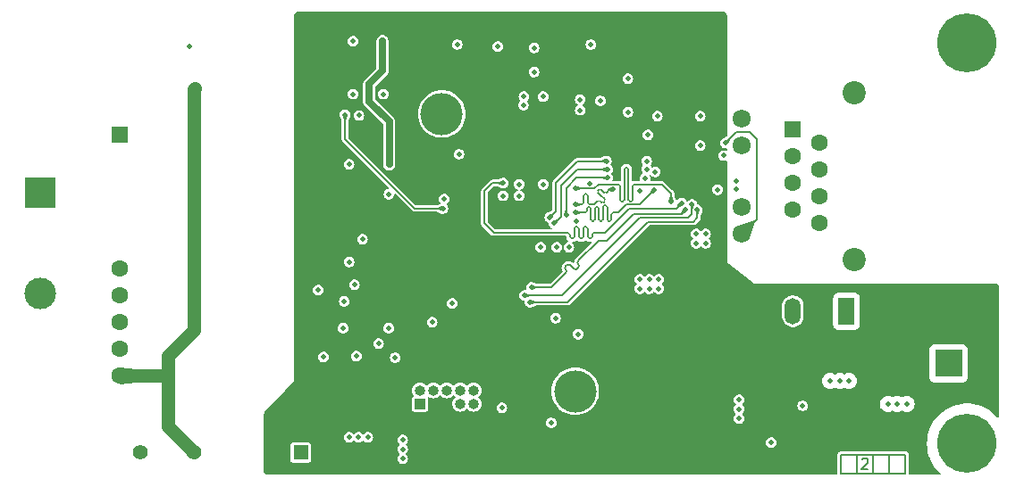
<source format=gbr>
G04 #@! TF.GenerationSoftware,KiCad,Pcbnew,8.0.1*
G04 #@! TF.CreationDate,2024-04-28T13:44:54+02:00*
G04 #@! TF.ProjectId,ETH1ISO224,45544831-4953-44f3-9232-342e6b696361,rev?*
G04 #@! TF.SameCoordinates,Original*
G04 #@! TF.FileFunction,Copper,L2,Inr*
G04 #@! TF.FilePolarity,Positive*
%FSLAX46Y46*%
G04 Gerber Fmt 4.6, Leading zero omitted, Abs format (unit mm)*
G04 Created by KiCad (PCBNEW 8.0.1) date 2024-04-28 13:44:54*
%MOMM*%
%LPD*%
G01*
G04 APERTURE LIST*
G04 Aperture macros list*
%AMRoundRect*
0 Rectangle with rounded corners*
0 $1 Rounding radius*
0 $2 $3 $4 $5 $6 $7 $8 $9 X,Y pos of 4 corners*
0 Add a 4 corners polygon primitive as box body*
4,1,4,$2,$3,$4,$5,$6,$7,$8,$9,$2,$3,0*
0 Add four circle primitives for the rounded corners*
1,1,$1+$1,$2,$3*
1,1,$1+$1,$4,$5*
1,1,$1+$1,$6,$7*
1,1,$1+$1,$8,$9*
0 Add four rect primitives between the rounded corners*
20,1,$1+$1,$2,$3,$4,$5,0*
20,1,$1+$1,$4,$5,$6,$7,0*
20,1,$1+$1,$6,$7,$8,$9,0*
20,1,$1+$1,$8,$9,$2,$3,0*%
G04 Aperture macros list end*
%ADD10C,0.200000*%
G04 #@! TA.AperFunction,NonConductor*
%ADD11C,0.200000*%
G04 #@! TD*
G04 #@! TA.AperFunction,ComponentPad*
%ADD12R,2.600000X2.600000*%
G04 #@! TD*
G04 #@! TA.AperFunction,ComponentPad*
%ADD13C,2.600000*%
G04 #@! TD*
G04 #@! TA.AperFunction,ComponentPad*
%ADD14C,4.000000*%
G04 #@! TD*
G04 #@! TA.AperFunction,ComponentPad*
%ADD15C,1.400000*%
G04 #@! TD*
G04 #@! TA.AperFunction,ComponentPad*
%ADD16R,1.400000X1.400000*%
G04 #@! TD*
G04 #@! TA.AperFunction,ComponentPad*
%ADD17C,1.600000*%
G04 #@! TD*
G04 #@! TA.AperFunction,ComponentPad*
%ADD18RoundRect,0.222222X-0.577778X0.577778X-0.577778X-0.577778X0.577778X-0.577778X0.577778X0.577778X0*%
G04 #@! TD*
G04 #@! TA.AperFunction,ComponentPad*
%ADD19R,1.000000X1.000000*%
G04 #@! TD*
G04 #@! TA.AperFunction,ComponentPad*
%ADD20O,1.000000X1.000000*%
G04 #@! TD*
G04 #@! TA.AperFunction,ComponentPad*
%ADD21RoundRect,0.248000X0.552000X-0.552000X0.552000X0.552000X-0.552000X0.552000X-0.552000X-0.552000X0*%
G04 #@! TD*
G04 #@! TA.AperFunction,ComponentPad*
%ADD22C,1.720000*%
G04 #@! TD*
G04 #@! TA.AperFunction,ComponentPad*
%ADD23C,2.200000*%
G04 #@! TD*
G04 #@! TA.AperFunction,ComponentPad*
%ADD24R,1.500000X2.500000*%
G04 #@! TD*
G04 #@! TA.AperFunction,ComponentPad*
%ADD25O,1.500000X2.500000*%
G04 #@! TD*
G04 #@! TA.AperFunction,ComponentPad*
%ADD26R,3.000000X3.000000*%
G04 #@! TD*
G04 #@! TA.AperFunction,ComponentPad*
%ADD27C,3.000000*%
G04 #@! TD*
G04 #@! TA.AperFunction,ComponentPad*
%ADD28C,5.600000*%
G04 #@! TD*
G04 #@! TA.AperFunction,HeatsinkPad*
%ADD29C,0.500000*%
G04 #@! TD*
G04 #@! TA.AperFunction,ViaPad*
%ADD30C,0.500000*%
G04 #@! TD*
G04 #@! TA.AperFunction,Conductor*
%ADD31C,0.127000*%
G04 #@! TD*
G04 #@! TA.AperFunction,Conductor*
%ADD32C,1.270000*%
G04 #@! TD*
G04 #@! TA.AperFunction,Conductor*
%ADD33C,0.635000*%
G04 #@! TD*
G04 APERTURE END LIST*
D10*
D11*
X187039286Y-108005457D02*
X187086905Y-107957838D01*
X187086905Y-107957838D02*
X187182143Y-107910219D01*
X187182143Y-107910219D02*
X187420238Y-107910219D01*
X187420238Y-107910219D02*
X187515476Y-107957838D01*
X187515476Y-107957838D02*
X187563095Y-108005457D01*
X187563095Y-108005457D02*
X187610714Y-108100695D01*
X187610714Y-108100695D02*
X187610714Y-108195933D01*
X187610714Y-108195933D02*
X187563095Y-108338790D01*
X187563095Y-108338790D02*
X186991667Y-108910219D01*
X186991667Y-108910219D02*
X187610714Y-108910219D01*
D12*
G04 #@! TO.N,Net-(J301-Pin_1)*
G04 #@! TO.C,J301*
X195250000Y-98893000D03*
D13*
G04 #@! TO.N,GND*
X195250000Y-93893000D03*
G04 #@! TD*
D14*
G04 #@! TO.N,N/C*
G04 #@! TO.C,HS101*
X159863000Y-101552000D03*
X147223000Y-75232000D03*
G04 #@! TD*
D15*
G04 #@! TO.N,+15V*
G04 #@! TO.C,U202*
X118618000Y-107366000D03*
G04 #@! TO.N,GND1*
X123698000Y-107366000D03*
G04 #@! TO.N,GND*
X131318000Y-107366000D03*
D16*
G04 #@! TO.N,+5VA*
X133858000Y-107366000D03*
G04 #@! TD*
D17*
G04 #@! TO.N,GND1*
G04 #@! TO.C,RN201*
X116713000Y-100076000D03*
G04 #@! TO.N,unconnected-(RN201-R4-Pad5)*
X116713000Y-97536000D03*
G04 #@! TO.N,unconnected-(RN201-R3-Pad4)*
X116713000Y-94996000D03*
G04 #@! TO.N,Net-(RN201-R2)*
X116713000Y-92456000D03*
G04 #@! TO.N,unconnected-(RN201-R1-Pad2)*
X116713000Y-89916000D03*
D18*
G04 #@! TO.N,Net-(RN201-common)*
X116713000Y-77216000D03*
G04 #@! TD*
D19*
G04 #@! TO.N,+3.3V*
G04 #@! TO.C,J401*
X145151000Y-102733000D03*
D20*
G04 #@! TO.N,/MCU/TMS_SWDIO*
X145151000Y-101463000D03*
G04 #@! TO.N,GND*
X146421000Y-102733000D03*
G04 #@! TO.N,/MCU/TCK_SWCLK*
X146421000Y-101463000D03*
G04 #@! TO.N,GND*
X147691000Y-102733000D03*
G04 #@! TO.N,unconnected-(J401-Pin_6-Pad6)*
X147691000Y-101463000D03*
G04 #@! TO.N,unconnected-(J401-Pin_7-Pad7)*
X148961000Y-102733000D03*
G04 #@! TO.N,unconnected-(J401-Pin_8-Pad8)*
X148961000Y-101463000D03*
G04 #@! TO.N,unconnected-(J401-Pin_9-Pad9)*
X150231000Y-102733000D03*
G04 #@! TO.N,/MCU/NRST*
X150231000Y-101463000D03*
G04 #@! TD*
D21*
G04 #@! TO.N,/Ethernet/ETH_TXP*
G04 #@! TO.C,J501*
X180452000Y-76708000D03*
D17*
G04 #@! TO.N,VCCQ*
X182992000Y-77978000D03*
G04 #@! TO.N,/Ethernet/ETH_TXN*
X180452000Y-79248000D03*
G04 #@! TO.N,/Ethernet/ETH_RXP*
X182992000Y-80518000D03*
G04 #@! TO.N,VCCQ*
X180452000Y-81788000D03*
G04 #@! TO.N,/Ethernet/ETH_RXN*
X182992000Y-83058000D03*
G04 #@! TO.N,unconnected-(J501-NC-Pad7)*
X180452000Y-84328000D03*
G04 #@! TO.N,Earth*
X182992000Y-85598000D03*
D22*
G04 #@! TO.N,Net-(J501-Pad9)*
X175622000Y-75688000D03*
G04 #@! TO.N,/Ethernet/LED1*
X175622000Y-78228000D03*
G04 #@! TO.N,Net-(J501-Pad11)*
X175622000Y-84078000D03*
G04 #@! TO.N,/Ethernet/LED2*
X175622000Y-86618000D03*
D23*
G04 #@! TO.N,Earth*
X186292000Y-73253000D03*
X186292000Y-89053000D03*
G04 #@! TD*
D24*
G04 #@! TO.N,Net-(D301-K)*
G04 #@! TO.C,U301*
X185566500Y-93948500D03*
D25*
G04 #@! TO.N,GND*
X183026500Y-93948500D03*
G04 #@! TO.N,+5V*
X180486500Y-93948500D03*
G04 #@! TD*
D26*
G04 #@! TO.N,Net-(J201-Pin_1)*
G04 #@! TO.C,J201*
X109170000Y-82740000D03*
D27*
G04 #@! TO.N,GND1*
X109170000Y-92260000D03*
G04 #@! TD*
D28*
G04 #@! TO.N,N/C*
G04 #@! TO.C,H104*
X197000000Y-106500000D03*
G04 #@! TD*
G04 #@! TO.N,N/C*
G04 #@! TO.C,H103*
X197000000Y-68500000D03*
G04 #@! TD*
D29*
G04 #@! TO.N,GND*
G04 #@! TO.C,U501*
X171180000Y-80026000D03*
X170180000Y-80026000D03*
X169180000Y-80026000D03*
X171180000Y-81026000D03*
X170180000Y-81026000D03*
X169180000Y-81026000D03*
X171180000Y-82026000D03*
X170180000Y-82026000D03*
X169180000Y-82026000D03*
G04 #@! TD*
D30*
G04 #@! TO.N,GND*
X160909000Y-78867000D03*
G04 #@! TO.N,Net-(D201-A)*
X152527000Y-68834000D03*
G04 #@! TO.N,+5VA*
X161351000Y-68646000D03*
G04 #@! TO.N,GND*
X146685000Y-69596000D03*
G04 #@! TO.N,VCOM*
X155956000Y-71247000D03*
G04 #@! TO.N,GND*
X136779000Y-68326000D03*
X143891000Y-68326000D03*
G04 #@! TO.N,Net-(U208--)*
X155956000Y-68961000D03*
G04 #@! TO.N,GND*
X161417000Y-69596000D03*
G04 #@! TO.N,GND1*
X123825000Y-72771000D03*
X123825000Y-84522000D03*
G04 #@! TO.N,+5V*
X143510000Y-107061000D03*
X175387000Y-102362000D03*
X143510000Y-107950000D03*
X143510000Y-106172000D03*
X175387000Y-103251000D03*
X175387000Y-104140000D03*
G04 #@! TO.N,GND*
X147193000Y-82296000D03*
X144145000Y-93853000D03*
X156845000Y-74422000D03*
X151257000Y-72263000D03*
X138176000Y-74295000D03*
X140970000Y-82804000D03*
X169418000Y-97536000D03*
X169418000Y-96647000D03*
X151003000Y-75946000D03*
X163830000Y-76200000D03*
X159258000Y-94488000D03*
X134125500Y-96520000D03*
X155043000Y-79629000D03*
X142240000Y-91567000D03*
X154432000Y-104521000D03*
X169418000Y-95758000D03*
X151709000Y-89606000D03*
X155448000Y-82169000D03*
X149860000Y-82677000D03*
X161290000Y-74422000D03*
X159329000Y-74239000D03*
X159043000Y-97536000D03*
X171704000Y-71755000D03*
X170434000Y-97536000D03*
X140335000Y-81407000D03*
X145288000Y-78359000D03*
X170434000Y-95758000D03*
X167640000Y-71755000D03*
X148209000Y-90805000D03*
X170434000Y-96647000D03*
X157429200Y-83210400D03*
G04 #@! TO.N,Net-(C209-Pad2)*
X136017000Y-98298000D03*
X137984000Y-93026000D03*
G04 #@! TO.N,Net-(U205A--)*
X138938000Y-91440000D03*
X137867000Y-95559000D03*
G04 #@! TO.N,Net-(C419-Pad1)*
X148209000Y-93218000D03*
G04 #@! TO.N,Net-(U205A-+)*
X142185000Y-95559000D03*
G04 #@! TO.N,+5VA*
X135509000Y-91948000D03*
X148677500Y-68646000D03*
X138430000Y-105918000D03*
X139319000Y-105918000D03*
X138811000Y-68326000D03*
X140208000Y-105918000D03*
X138430000Y-89281000D03*
X142213500Y-82830500D03*
X162240000Y-73980000D03*
G04 #@! TO.N,Net-(C420-Pad1)*
X157988000Y-94615000D03*
G04 #@! TO.N,Net-(D301-K)*
X184912000Y-100584000D03*
X184023000Y-100584000D03*
X185801000Y-100584000D03*
G04 #@! TO.N,+3.3V*
X147447000Y-83312000D03*
X142240000Y-80010000D03*
X165989000Y-90932000D03*
X160147000Y-96139000D03*
X157583000Y-104545000D03*
X167767000Y-91821000D03*
X166878000Y-91821000D03*
X141605000Y-68326000D03*
X156845000Y-81915000D03*
X161218000Y-81860000D03*
X152908000Y-103124000D03*
X146304000Y-94996000D03*
X166878000Y-90932000D03*
X167445481Y-80716519D03*
X154559000Y-81915000D03*
X164846000Y-75057000D03*
X167767000Y-90932000D03*
X165989000Y-91821000D03*
G04 #@! TO.N,+3.3VADC*
X160340000Y-73853000D03*
X154940000Y-74385000D03*
X156822828Y-73589000D03*
G04 #@! TO.N,/MCU/NRST*
X169926000Y-83693000D03*
X153035000Y-81788000D03*
G04 #@! TO.N,Net-(U403-PH0)*
X154559000Y-82998500D03*
G04 #@! TO.N,Net-(U403-PH1)*
X153035000Y-82998500D03*
G04 #@! TO.N,VDDA*
X148844000Y-79057500D03*
G04 #@! TO.N,Net-(U501-XTAL1{slash}CLKIN)*
X167640000Y-75438000D03*
G04 #@! TO.N,Net-(U501-VDDCR)*
X166751000Y-77216000D03*
G04 #@! TO.N,Net-(U501-XTAL2)*
X171704000Y-75438000D03*
G04 #@! TO.N,VCCQ*
X172212000Y-87503000D03*
X171704000Y-78232000D03*
X173355000Y-82423000D03*
X171323000Y-86614000D03*
X171323000Y-87503000D03*
X172212000Y-86614000D03*
G04 #@! TO.N,Net-(D301-A)*
X178435000Y-106426000D03*
G04 #@! TO.N,Net-(D302-K)*
X181422000Y-102936000D03*
G04 #@! TO.N,Net-(Q301-D)*
X190373000Y-102743000D03*
X191262000Y-102743000D03*
X189484000Y-102743000D03*
G04 #@! TO.N,/Ethernet/ETH_TXP*
X175165956Y-81589935D03*
G04 #@! TO.N,/Ethernet/LED2*
X174117000Y-77978000D03*
G04 #@! TO.N,/Ethernet/ETH_TXN*
X175165956Y-82339935D03*
G04 #@! TO.N,/MCU/MCU_DEF*
X164846000Y-71882000D03*
G04 #@! TO.N,Net-(R213-Pad1)*
X138430000Y-80010000D03*
G04 #@! TO.N,Net-(R216-Pad2)*
X141671500Y-73345500D03*
G04 #@! TO.N,Net-(R217-Pad2)*
X138811000Y-73345500D03*
G04 #@! TO.N,VCOM*
X141224000Y-97028000D03*
X160340000Y-74869000D03*
X155011000Y-73589000D03*
G04 #@! TO.N,Net-(U403-BOOT0)*
X159952500Y-85392000D03*
G04 #@! TO.N,/MCU/I2C1_SDA*
X156591000Y-87884000D03*
G04 #@! TO.N,/MCU/I2C1_SCL*
X158115000Y-87884000D03*
G04 #@! TO.N,/Ethernet/RMII_MDIO*
X167312500Y-82476500D03*
X159893000Y-84582000D03*
G04 #@! TO.N,Net-(U501-RBIAS)*
X173926500Y-79184500D03*
G04 #@! TO.N,/Ethernet/REF_CLK*
X159893000Y-83820000D03*
X163427790Y-82358914D03*
G04 #@! TO.N,/Ethernet/REFCLK0*
X165950000Y-82550000D03*
G04 #@! TO.N,/Ethernet/RMII_CRS_DV*
X159004000Y-84836000D03*
X162941000Y-81299000D03*
G04 #@! TO.N,/Ethernet/MODE1*
X166624000Y-80468000D03*
G04 #@! TO.N,/Ethernet/MODE2*
X166497000Y-81349000D03*
G04 #@! TO.N,/Ethernet/RMII_RXD1*
X157861000Y-85598000D03*
X162941000Y-80499000D03*
G04 #@! TO.N,/Ethernet/RMII_RXD0*
X157453902Y-85063902D03*
X162814000Y-79699000D03*
G04 #@! TO.N,/Ethernet/MODE0*
X166624000Y-79699000D03*
G04 #@! TO.N,/Analog/MCU_G1*
X138060000Y-75311000D03*
X147320000Y-84201000D03*
G04 #@! TO.N,/Ethernet/RMII_TXEN*
X155702000Y-91694000D03*
X170307000Y-84328000D03*
G04 #@! TO.N,/Ethernet/RMII_TXD1*
X171430000Y-84328000D03*
X155575000Y-93091000D03*
G04 #@! TO.N,/MCU/EEPROM_nWP*
X159258000Y-87884000D03*
G04 #@! TO.N,/Ethernet/RMII_TXD0*
X170930000Y-83808000D03*
X155067000Y-92456000D03*
G04 #@! TO.N,/Ethernet/RMII_MDC*
X159893000Y-82296000D03*
X168930000Y-83546000D03*
G04 #@! TO.N,Net-(R204-Pad2)*
X123317000Y-68834000D03*
G04 #@! TO.N,Net-(R216-Pad1)*
X139700000Y-87122000D03*
X139360000Y-75373500D03*
G04 #@! TO.N,Net-(U201-OUT+)*
X142809000Y-98364000D03*
G04 #@! TO.N,Net-(U201-OUT-)*
X139126000Y-98232000D03*
G04 #@! TD*
D31*
G04 #@! TO.N,/Analog/MCU_G1*
X144653000Y-84201000D02*
X147320000Y-84201000D01*
X138060000Y-77608000D02*
X144653000Y-84201000D01*
X138060000Y-75311000D02*
X138060000Y-77608000D01*
D32*
G04 #@! TO.N,GND1*
X116713000Y-100006000D02*
X116783000Y-100076000D01*
X116783000Y-100076000D02*
X121031000Y-100076000D01*
X121031000Y-100076000D02*
X121158000Y-100203000D01*
X121285000Y-104902000D02*
X123698000Y-107315000D01*
X121158000Y-100203000D02*
X121285000Y-100076000D01*
X121285000Y-100076000D02*
X121285000Y-104902000D01*
X123698000Y-107315000D02*
X123698000Y-107366000D01*
X123825000Y-72771000D02*
X123698000Y-72898000D01*
X123698000Y-72898000D02*
X123698000Y-95758000D01*
X123698000Y-95758000D02*
X121285000Y-98171000D01*
X121285000Y-98171000D02*
X121285000Y-101346000D01*
D33*
G04 #@! TO.N,+3.3V*
X142240000Y-80010000D02*
X142240000Y-75946000D01*
X142240000Y-75946000D02*
X140335000Y-74041000D01*
X140335000Y-74041000D02*
X140335000Y-72390000D01*
X140335000Y-72390000D02*
X141605000Y-71120000D01*
X141605000Y-71120000D02*
X141605000Y-68326000D01*
D31*
G04 #@! TO.N,*
X185039000Y-107569000D02*
X191135000Y-107569000D01*
X191135000Y-109347000D02*
X185039000Y-109347000D01*
X185039000Y-109347000D02*
X185039000Y-107569000D01*
X191135000Y-109347000D02*
X191135000Y-107569000D01*
X188087000Y-107569000D02*
X188087000Y-109347000D01*
X186563000Y-109347000D02*
X186563000Y-107569000D01*
X189611000Y-107569000D02*
X189611000Y-109347000D01*
G04 #@! TO.N,/MCU/NRST*
X161499000Y-86659000D02*
X161499000Y-86885000D01*
X159177000Y-86487000D02*
X159091000Y-86487000D01*
X159091000Y-86487000D02*
X158877000Y-86487000D01*
X160209000Y-86487000D02*
X160209000Y-86089000D01*
X159779000Y-86487000D02*
X159779000Y-86885000D01*
X152146000Y-86487000D02*
X151257000Y-85598000D01*
X160897000Y-85917000D02*
X160811000Y-85917000D01*
X151257000Y-82550000D02*
X152019000Y-81788000D01*
X159779000Y-86089000D02*
X159779000Y-86487000D01*
X160639000Y-86487000D02*
X160639000Y-86885000D01*
X152019000Y-81788000D02*
X153035000Y-81788000D01*
X158877000Y-86487000D02*
X152146000Y-86487000D01*
X161069000Y-86659000D02*
X161069000Y-86089000D01*
X161327000Y-87057000D02*
X161241000Y-87057000D01*
X161069000Y-86885000D02*
X161069000Y-86659000D01*
X160639000Y-86089000D02*
X160639000Y-86487000D01*
X160467000Y-87057000D02*
X160381000Y-87057000D01*
X164973000Y-84201000D02*
X162687000Y-86487000D01*
X159607000Y-87057000D02*
X159521000Y-87057000D01*
X160209000Y-86885000D02*
X160209000Y-86487000D01*
X159349000Y-86885000D02*
X159349000Y-86659000D01*
X169418000Y-84201000D02*
X164973000Y-84201000D01*
X169926000Y-83693000D02*
X169418000Y-84201000D01*
X151257000Y-85598000D02*
X151257000Y-82550000D01*
X162687000Y-86487000D02*
X161671000Y-86487000D01*
X160037000Y-85917000D02*
X159951000Y-85917000D01*
X159521000Y-87057000D02*
G75*
G02*
X159349000Y-86885000I0J172000D01*
G01*
X161069000Y-86089000D02*
G75*
G03*
X160897000Y-85917000I-172000J0D01*
G01*
X159951000Y-85917000D02*
G75*
G03*
X159779000Y-86089000I0J-172000D01*
G01*
X161499000Y-86885000D02*
G75*
G02*
X161327000Y-87057000I-172000J0D01*
G01*
X159349000Y-86659000D02*
G75*
G03*
X159177000Y-86487000I-172000J0D01*
G01*
X159779000Y-86885000D02*
G75*
G02*
X159607000Y-87057000I-172000J0D01*
G01*
X160381000Y-87057000D02*
G75*
G02*
X160209000Y-86885000I0J172000D01*
G01*
X161241000Y-87057000D02*
G75*
G02*
X161069000Y-86885000I0J172000D01*
G01*
X160639000Y-86885000D02*
G75*
G02*
X160467000Y-87057000I-172000J0D01*
G01*
X160811000Y-85917000D02*
G75*
G03*
X160639000Y-86089000I0J-172000D01*
G01*
X160209000Y-86089000D02*
G75*
G03*
X160037000Y-85917000I-172000J0D01*
G01*
X161671000Y-86487000D02*
G75*
G03*
X161499000Y-86659000I0J-172000D01*
G01*
G04 #@! TO.N,/Ethernet/LED2*
X177038000Y-77597000D02*
X177038000Y-85202000D01*
X174117000Y-77978000D02*
X175133000Y-76962000D01*
X175133000Y-76962000D02*
X176403000Y-76962000D01*
X177038000Y-85202000D02*
X175622000Y-86618000D01*
X176403000Y-76962000D02*
X177038000Y-77597000D01*
G04 #@! TO.N,/Ethernet/RMII_MDIO*
X163957000Y-84582000D02*
X163449000Y-84582000D01*
X160414362Y-84582000D02*
X159893000Y-84582000D01*
X160797000Y-84582000D02*
X160719000Y-84582000D01*
X162903000Y-84738000D02*
X162903000Y-84038000D01*
X160719000Y-84582000D02*
X160414362Y-84582000D01*
X167312500Y-82476500D02*
X165969000Y-83820000D01*
X163293000Y-84738000D02*
X163293000Y-85226000D01*
X161733000Y-84188000D02*
X161733000Y-84582000D01*
X161577000Y-85382000D02*
X161499000Y-85382000D01*
X162513000Y-84038000D02*
X162513000Y-84582000D01*
X162513000Y-84582000D02*
X162513000Y-85226000D01*
X162357000Y-85382000D02*
X162279000Y-85382000D01*
X161343000Y-85226000D02*
X161343000Y-84582000D01*
X162747000Y-83882000D02*
X162669000Y-83882000D01*
X162123000Y-85226000D02*
X162123000Y-84582000D01*
X161187000Y-84082000D02*
X161109000Y-84082000D01*
X163137000Y-85382000D02*
X163059000Y-85382000D01*
X162123000Y-84582000D02*
X162123000Y-84188000D01*
X161967000Y-84032000D02*
X161889000Y-84032000D01*
X161733000Y-84582000D02*
X161733000Y-85226000D01*
X160953000Y-84238000D02*
X160953000Y-84426000D01*
X162903000Y-85226000D02*
X162903000Y-84738000D01*
X165969000Y-83820000D02*
X164719000Y-83820000D01*
X164719000Y-83820000D02*
X163957000Y-84582000D01*
X161343000Y-84582000D02*
X161343000Y-84238000D01*
X161889000Y-84032000D02*
G75*
G03*
X161733000Y-84188000I0J-156000D01*
G01*
X163293000Y-85226000D02*
G75*
G02*
X163137000Y-85382000I-156000J0D01*
G01*
X161733000Y-85226000D02*
G75*
G02*
X161577000Y-85382000I-156000J0D01*
G01*
X161499000Y-85382000D02*
G75*
G02*
X161343000Y-85226000I0J156000D01*
G01*
X162669000Y-83882000D02*
G75*
G03*
X162513000Y-84038000I0J-156000D01*
G01*
X162513000Y-85226000D02*
G75*
G02*
X162357000Y-85382000I-156000J0D01*
G01*
X163449000Y-84582000D02*
G75*
G03*
X163293000Y-84738000I0J-156000D01*
G01*
X162903000Y-84038000D02*
G75*
G03*
X162747000Y-83882000I-156000J0D01*
G01*
X161343000Y-84238000D02*
G75*
G03*
X161187000Y-84082000I-156000J0D01*
G01*
X162123000Y-84188000D02*
G75*
G03*
X161967000Y-84032000I-156000J0D01*
G01*
X160953000Y-84426000D02*
G75*
G02*
X160797000Y-84582000I-156000J0D01*
G01*
X161109000Y-84082000D02*
G75*
G03*
X160953000Y-84238000I0J-156000D01*
G01*
X162279000Y-85382000D02*
G75*
G02*
X162123000Y-85226000I0J156000D01*
G01*
X163059000Y-85382000D02*
G75*
G02*
X162903000Y-85226000I0J156000D01*
G01*
G04 #@! TO.N,/Ethernet/REF_CLK*
X163132086Y-82358914D02*
X162814000Y-82677000D01*
X162355794Y-83610383D02*
X162234172Y-83488761D01*
X160060414Y-83820000D02*
X159893000Y-83820000D01*
X163427790Y-82358914D02*
X163132086Y-82358914D01*
X161047000Y-83656000D02*
X161047000Y-82984000D01*
X160883000Y-82820000D02*
X160801000Y-82820000D01*
X162002242Y-83488760D02*
X161944257Y-83546744D01*
X160637000Y-82984000D02*
X160637000Y-83656000D01*
X162582068Y-82677000D02*
X162319024Y-82413956D01*
X162029110Y-82703869D02*
X162292153Y-82966912D01*
X162292153Y-82966912D02*
X162645708Y-83320468D01*
X161671000Y-83820000D02*
X161211000Y-83820000D01*
X160391000Y-83820000D02*
X160060414Y-83820000D01*
X160473000Y-83820000D02*
X160391000Y-83820000D01*
X162645707Y-83552400D02*
X162587726Y-83610382D01*
X162087093Y-82413956D02*
X162029110Y-82471938D01*
X161944257Y-83546744D02*
X161671000Y-83820000D01*
X162234171Y-83488762D02*
G75*
G03*
X162002236Y-83488754I-115971J-115938D01*
G01*
X162029111Y-82471939D02*
G75*
G03*
X162029114Y-82703865I115989J-115961D01*
G01*
X161047000Y-82984000D02*
G75*
G03*
X160883000Y-82820000I-164000J0D01*
G01*
X162319024Y-82413956D02*
G75*
G03*
X162087093Y-82413956I-115966J-115964D01*
G01*
X160801000Y-82820000D02*
G75*
G03*
X160637000Y-82984000I0J-164000D01*
G01*
X160637000Y-83656000D02*
G75*
G02*
X160473000Y-83820000I-164000J0D01*
G01*
X162813999Y-82676999D02*
G75*
G02*
X162582069Y-82676999I-115965J115964D01*
G01*
X161211000Y-83820000D02*
G75*
G02*
X161047000Y-83656000I0J164000D01*
G01*
X162587725Y-83610381D02*
G75*
G02*
X162355835Y-83610342I-115925J115981D01*
G01*
X162645708Y-83320468D02*
G75*
G02*
X162645673Y-83552366I-116008J-115932D01*
G01*
G04 #@! TO.N,/Ethernet/RMII_CRS_DV*
X159004000Y-84836000D02*
X159004000Y-82264250D01*
X159969250Y-81299000D02*
X162941000Y-81299000D01*
X159004000Y-82264250D02*
X159969250Y-81299000D01*
G04 #@! TO.N,/Ethernet/RMII_RXD1*
X158496000Y-84963000D02*
X158496000Y-82042000D01*
X160039000Y-80499000D02*
X162941000Y-80499000D01*
X157861000Y-85598000D02*
X158496000Y-84963000D01*
X158496000Y-82042000D02*
X160039000Y-80499000D01*
G04 #@! TO.N,/Ethernet/RMII_RXD0*
X157453902Y-85063902D02*
X158038800Y-84479004D01*
X160077000Y-79699000D02*
X162814000Y-79699000D01*
X158038800Y-84479004D02*
X158038800Y-81737200D01*
X158038800Y-81737200D02*
X160077000Y-79699000D01*
G04 #@! TO.N,/Ethernet/RMII_TXEN*
X162052000Y-87249000D02*
X160145485Y-89155515D01*
X162814000Y-87249000D02*
X162052000Y-87249000D01*
X165354000Y-84709000D02*
X162814000Y-87249000D01*
X159042396Y-89579781D02*
X158957543Y-89664633D01*
X158872690Y-90428309D02*
X158824273Y-90476727D01*
X158824273Y-90476727D02*
X157607000Y-91694000D01*
X158957543Y-90343456D02*
X158872690Y-90428309D01*
X157607000Y-91694000D02*
X155702000Y-91694000D01*
X169926000Y-84709000D02*
X165354000Y-84709000D01*
X159721220Y-89919193D02*
X159551515Y-89749488D01*
X160145485Y-89834339D02*
X160060632Y-89919193D01*
X170307000Y-84328000D02*
X169926000Y-84709000D01*
X159551515Y-89749488D02*
X159381807Y-89579781D01*
X158957543Y-90004045D02*
G75*
G02*
X158957592Y-90343505I-169743J-169755D01*
G01*
X160060631Y-89919192D02*
G75*
G02*
X159721221Y-89919192I-169705J169707D01*
G01*
X160145485Y-89155515D02*
G75*
G03*
X160145506Y-89494906I169715J-169685D01*
G01*
X158957543Y-89664633D02*
G75*
G03*
X158957582Y-90004006I169657J-169667D01*
G01*
X160145485Y-89494927D02*
G75*
G02*
X160145452Y-89834306I-169685J-169673D01*
G01*
X159381807Y-89579781D02*
G75*
G03*
X159042397Y-89579782I-169705J-169703D01*
G01*
G04 #@! TO.N,/Ethernet/RMII_TXD1*
X171430000Y-85110000D02*
X171430000Y-84328000D01*
X171069000Y-85471000D02*
X171430000Y-85110000D01*
X159131000Y-93091000D02*
X166751000Y-85471000D01*
X166751000Y-85471000D02*
X171069000Y-85471000D01*
X155575000Y-93091000D02*
X159131000Y-93091000D01*
G04 #@! TO.N,/Ethernet/RMII_TXD0*
X158623000Y-92456000D02*
X165989000Y-85090000D01*
X165989000Y-85090000D02*
X170561000Y-85090000D01*
X170930000Y-84721000D02*
X170930000Y-83808000D01*
X170561000Y-85090000D02*
X170930000Y-84721000D01*
X155067000Y-92456000D02*
X158623000Y-92456000D01*
G04 #@! TO.N,/Ethernet/RMII_MDC*
X164917495Y-83361000D02*
X164917495Y-82079000D01*
X164917495Y-82079000D02*
X164917495Y-80469000D01*
X159897500Y-82300500D02*
X159893000Y-82296000D01*
X164753495Y-80305000D02*
X164671495Y-80305000D01*
X164507495Y-80469000D02*
X164507495Y-81915000D01*
X164343495Y-83525000D02*
X164261495Y-83525000D01*
X164507495Y-81915000D02*
X164507495Y-83361000D01*
X165327495Y-82079000D02*
X165327495Y-83361000D01*
X164097495Y-83361000D02*
X164097495Y-82079000D01*
X168930000Y-82760500D02*
X168084500Y-81915000D01*
X163851495Y-81915000D02*
X163576000Y-81915000D01*
X162052000Y-81915000D02*
X161666500Y-82300500D01*
X163576000Y-81915000D02*
X162052000Y-81915000D01*
X165163495Y-83525000D02*
X165081495Y-83525000D01*
X168084500Y-81915000D02*
X165491495Y-81915000D01*
X161666500Y-82300500D02*
X159897500Y-82300500D01*
X168930000Y-83546000D02*
X168930000Y-82760500D01*
X163933495Y-81915000D02*
X163851495Y-81915000D01*
X164507495Y-83361000D02*
G75*
G02*
X164343495Y-83524995I-163995J0D01*
G01*
X165491495Y-81915000D02*
G75*
G03*
X165327500Y-82079000I5J-164000D01*
G01*
X164097495Y-82079000D02*
G75*
G03*
X163933495Y-81915005I-163995J0D01*
G01*
X165081495Y-83525000D02*
G75*
G02*
X164917500Y-83361000I5J164000D01*
G01*
X164671495Y-80305000D02*
G75*
G03*
X164507500Y-80469000I5J-164000D01*
G01*
X164917495Y-80469000D02*
G75*
G03*
X164753495Y-80305005I-163995J0D01*
G01*
X164261495Y-83525000D02*
G75*
G02*
X164097500Y-83361000I5J164000D01*
G01*
X165327495Y-83361000D02*
G75*
G02*
X165163495Y-83524995I-163995J0D01*
G01*
G04 #@! TD*
G04 #@! TA.AperFunction,Conductor*
G04 #@! TO.N,GND*
G36*
X174008306Y-65550306D02*
G01*
X174225694Y-65767694D01*
X174244000Y-65811888D01*
X174244000Y-77332148D01*
X174225694Y-77376342D01*
X174205419Y-77389890D01*
X173932784Y-77502824D01*
X173932782Y-77502825D01*
X173931415Y-77503737D01*
X173914356Y-77511702D01*
X173905266Y-77514371D01*
X173783226Y-77592801D01*
X173688225Y-77702438D01*
X173688222Y-77702443D01*
X173627958Y-77834402D01*
X173627957Y-77834405D01*
X173607312Y-77978000D01*
X173627957Y-78121594D01*
X173627958Y-78121597D01*
X173688222Y-78253556D01*
X173688225Y-78253561D01*
X173783226Y-78363198D01*
X173892877Y-78433666D01*
X173905268Y-78441629D01*
X174044461Y-78482499D01*
X174044463Y-78482500D01*
X174181500Y-78482500D01*
X174225694Y-78500806D01*
X174244000Y-78545000D01*
X174244000Y-78674383D01*
X174225694Y-78718577D01*
X174181500Y-78736883D01*
X174147711Y-78726962D01*
X174138235Y-78720873D01*
X174138232Y-78720871D01*
X174138229Y-78720870D01*
X174138227Y-78720869D01*
X173999038Y-78680000D01*
X173999036Y-78680000D01*
X173853964Y-78680000D01*
X173853962Y-78680000D01*
X173714772Y-78720869D01*
X173714763Y-78720873D01*
X173592726Y-78799301D01*
X173497725Y-78908938D01*
X173497722Y-78908943D01*
X173437458Y-79040902D01*
X173437457Y-79040905D01*
X173416812Y-79184500D01*
X173437457Y-79328094D01*
X173437458Y-79328097D01*
X173497722Y-79460056D01*
X173497725Y-79460061D01*
X173592726Y-79569698D01*
X173697409Y-79636973D01*
X173714768Y-79648129D01*
X173853961Y-79688999D01*
X173853963Y-79689000D01*
X173853964Y-79689000D01*
X173999037Y-79689000D01*
X173999037Y-79688999D01*
X174138232Y-79648129D01*
X174147709Y-79642037D01*
X174194784Y-79633544D01*
X174234078Y-79660825D01*
X174244000Y-79694616D01*
X174244000Y-89281000D01*
X174442340Y-89439672D01*
X174442341Y-89439673D01*
X174442341Y-89439674D01*
X175963304Y-90656443D01*
X176784000Y-91313000D01*
X199745112Y-91313000D01*
X199789306Y-91331306D01*
X199981194Y-91523194D01*
X199999500Y-91567388D01*
X199999500Y-103983293D01*
X199981194Y-104027487D01*
X199937000Y-104045793D01*
X199892806Y-104027487D01*
X199887582Y-104021556D01*
X199887371Y-104021284D01*
X199887370Y-104021283D01*
X199887369Y-104021282D01*
X199887366Y-104021278D01*
X199621784Y-103741885D01*
X199329298Y-103490795D01*
X199012911Y-103270583D01*
X198675869Y-103083509D01*
X198321630Y-102931493D01*
X198321628Y-102931492D01*
X198321625Y-102931491D01*
X198090823Y-102859077D01*
X197953829Y-102816095D01*
X197576241Y-102738498D01*
X197576240Y-102738497D01*
X197576231Y-102738496D01*
X197192747Y-102699500D01*
X197192740Y-102699500D01*
X196807260Y-102699500D01*
X196807253Y-102699500D01*
X196423768Y-102738496D01*
X196046171Y-102816095D01*
X195678374Y-102931491D01*
X195345863Y-103074183D01*
X195324131Y-103083509D01*
X194987089Y-103270583D01*
X194859330Y-103359506D01*
X194670701Y-103490795D01*
X194670699Y-103490797D01*
X194378229Y-103741873D01*
X194378211Y-103741890D01*
X194112632Y-104021280D01*
X193876690Y-104326091D01*
X193876674Y-104326114D01*
X193672780Y-104653231D01*
X193672776Y-104653237D01*
X193503011Y-104999329D01*
X193369137Y-105360795D01*
X193369134Y-105360807D01*
X193272512Y-105733980D01*
X193214139Y-106115015D01*
X193194616Y-106500000D01*
X193214139Y-106884984D01*
X193272512Y-107266019D01*
X193369134Y-107639192D01*
X193369137Y-107639204D01*
X193484245Y-107950000D01*
X193503013Y-108000675D01*
X193672775Y-108346760D01*
X193876680Y-108673895D01*
X194112634Y-108978722D01*
X194378216Y-109258115D01*
X194501650Y-109364079D01*
X194523258Y-109406754D01*
X194508361Y-109452211D01*
X194465684Y-109473820D01*
X194460938Y-109474000D01*
X191511640Y-109474000D01*
X191467446Y-109455694D01*
X191449140Y-109411500D01*
X191451270Y-109395324D01*
X191452998Y-109388871D01*
X191453000Y-109388863D01*
X191453000Y-107527136D01*
X191452998Y-107527128D01*
X191431330Y-107446260D01*
X191431329Y-107446257D01*
X191431293Y-107446195D01*
X191389463Y-107373743D01*
X191389461Y-107373741D01*
X191389458Y-107373737D01*
X191330262Y-107314541D01*
X191330258Y-107314538D01*
X191330257Y-107314537D01*
X191294000Y-107293604D01*
X191257742Y-107272670D01*
X191257739Y-107272669D01*
X191176871Y-107251001D01*
X191176866Y-107251000D01*
X191176865Y-107251000D01*
X185080865Y-107251000D01*
X184997135Y-107251000D01*
X184997134Y-107251000D01*
X184997128Y-107251001D01*
X184916260Y-107272669D01*
X184916257Y-107272670D01*
X184843741Y-107314538D01*
X184843737Y-107314541D01*
X184784541Y-107373737D01*
X184784538Y-107373741D01*
X184742670Y-107446257D01*
X184742669Y-107446260D01*
X184721001Y-107527128D01*
X184721000Y-107527136D01*
X184721000Y-109388863D01*
X184721001Y-109388871D01*
X184722730Y-109395324D01*
X184716487Y-109442750D01*
X184678536Y-109471870D01*
X184662360Y-109474000D01*
X130581888Y-109474000D01*
X130537694Y-109455694D01*
X130320306Y-109238306D01*
X130302000Y-109194112D01*
X130302000Y-108091064D01*
X132903500Y-108091064D01*
X132903501Y-108091068D01*
X132918265Y-108165299D01*
X132918267Y-108165303D01*
X132974515Y-108249484D01*
X133058697Y-108305733D01*
X133058699Y-108305734D01*
X133132933Y-108320500D01*
X134583066Y-108320499D01*
X134657301Y-108305734D01*
X134741484Y-108249484D01*
X134797734Y-108165301D01*
X134812500Y-108091067D01*
X134812500Y-107950000D01*
X143000312Y-107950000D01*
X143020957Y-108093594D01*
X143020958Y-108093597D01*
X143081222Y-108225556D01*
X143081225Y-108225561D01*
X143176226Y-108335198D01*
X143298263Y-108413626D01*
X143298268Y-108413629D01*
X143437461Y-108454499D01*
X143437463Y-108454500D01*
X143437464Y-108454500D01*
X143582537Y-108454500D01*
X143582537Y-108454499D01*
X143721732Y-108413629D01*
X143767535Y-108384192D01*
X143843773Y-108335198D01*
X143869305Y-108305733D01*
X143938777Y-108225558D01*
X143999042Y-108093596D01*
X144019688Y-107950000D01*
X143999042Y-107806404D01*
X143938777Y-107674442D01*
X143938774Y-107674438D01*
X143843774Y-107564802D01*
X143833311Y-107558079D01*
X143806029Y-107518787D01*
X143814521Y-107471711D01*
X143833311Y-107452921D01*
X143843774Y-107446197D01*
X143906556Y-107373743D01*
X143938777Y-107336558D01*
X143999042Y-107204596D01*
X144019688Y-107061000D01*
X143999042Y-106917404D01*
X143938777Y-106785442D01*
X143866094Y-106701561D01*
X143843774Y-106675802D01*
X143833311Y-106669079D01*
X143806029Y-106629787D01*
X143814521Y-106582711D01*
X143833311Y-106563921D01*
X143843774Y-106557197D01*
X143843776Y-106557195D01*
X143938777Y-106447558D01*
X143948622Y-106426000D01*
X177925312Y-106426000D01*
X177945957Y-106569594D01*
X177945958Y-106569597D01*
X178006222Y-106701556D01*
X178006225Y-106701561D01*
X178101226Y-106811198D01*
X178216040Y-106884984D01*
X178223268Y-106889629D01*
X178317866Y-106917405D01*
X178362461Y-106930499D01*
X178362463Y-106930500D01*
X178362464Y-106930500D01*
X178507537Y-106930500D01*
X178507537Y-106930499D01*
X178646732Y-106889629D01*
X178692535Y-106860192D01*
X178768773Y-106811198D01*
X178863774Y-106701561D01*
X178863777Y-106701558D01*
X178924042Y-106569596D01*
X178944688Y-106426000D01*
X178924042Y-106282404D01*
X178863777Y-106150442D01*
X178863774Y-106150438D01*
X178768773Y-106040801D01*
X178646736Y-105962373D01*
X178646727Y-105962369D01*
X178507538Y-105921500D01*
X178507536Y-105921500D01*
X178362464Y-105921500D01*
X178362462Y-105921500D01*
X178223272Y-105962369D01*
X178223263Y-105962373D01*
X178101226Y-106040801D01*
X178006225Y-106150438D01*
X178006222Y-106150443D01*
X177945958Y-106282402D01*
X177945957Y-106282405D01*
X177925312Y-106426000D01*
X143948622Y-106426000D01*
X143999042Y-106315596D01*
X144019688Y-106172000D01*
X143999042Y-106028404D01*
X143938777Y-105896442D01*
X143938774Y-105896438D01*
X143843773Y-105786801D01*
X143721736Y-105708373D01*
X143721727Y-105708369D01*
X143582538Y-105667500D01*
X143582536Y-105667500D01*
X143437464Y-105667500D01*
X143437462Y-105667500D01*
X143298272Y-105708369D01*
X143298263Y-105708373D01*
X143176226Y-105786801D01*
X143081225Y-105896438D01*
X143081222Y-105896443D01*
X143020958Y-106028402D01*
X143020957Y-106028405D01*
X143000312Y-106172000D01*
X143020957Y-106315594D01*
X143020958Y-106315597D01*
X143081222Y-106447556D01*
X143081225Y-106447561D01*
X143176224Y-106557195D01*
X143176228Y-106557198D01*
X143186691Y-106563923D01*
X143213972Y-106603216D01*
X143205477Y-106650291D01*
X143186691Y-106669077D01*
X143176228Y-106675801D01*
X143176224Y-106675804D01*
X143081225Y-106785438D01*
X143081222Y-106785443D01*
X143020958Y-106917402D01*
X143020957Y-106917405D01*
X143000312Y-107061000D01*
X143020957Y-107204594D01*
X143020958Y-107204597D01*
X143081222Y-107336556D01*
X143081225Y-107336561D01*
X143176224Y-107446195D01*
X143176228Y-107446198D01*
X143186691Y-107452923D01*
X143213972Y-107492216D01*
X143205477Y-107539291D01*
X143186691Y-107558077D01*
X143176228Y-107564801D01*
X143176224Y-107564804D01*
X143081225Y-107674438D01*
X143081222Y-107674443D01*
X143020958Y-107806402D01*
X143020957Y-107806405D01*
X143000312Y-107950000D01*
X134812500Y-107950000D01*
X134812499Y-106640934D01*
X134797734Y-106566699D01*
X134753167Y-106500000D01*
X134741484Y-106482515D01*
X134657302Y-106426266D01*
X134657300Y-106426265D01*
X134583067Y-106411500D01*
X133132935Y-106411500D01*
X133132931Y-106411501D01*
X133058700Y-106426265D01*
X133058696Y-106426267D01*
X132974515Y-106482515D01*
X132918266Y-106566697D01*
X132918265Y-106566699D01*
X132903500Y-106640932D01*
X132903500Y-108091064D01*
X130302000Y-108091064D01*
X130302000Y-105918000D01*
X137920312Y-105918000D01*
X137940957Y-106061594D01*
X137940958Y-106061597D01*
X138001222Y-106193556D01*
X138001225Y-106193561D01*
X138096226Y-106303198D01*
X138218263Y-106381626D01*
X138218268Y-106381629D01*
X138357461Y-106422499D01*
X138357463Y-106422500D01*
X138357464Y-106422500D01*
X138502537Y-106422500D01*
X138502537Y-106422499D01*
X138641732Y-106381629D01*
X138687535Y-106352192D01*
X138763773Y-106303198D01*
X138763775Y-106303196D01*
X138827266Y-106229922D01*
X138870041Y-106208511D01*
X138915429Y-106223618D01*
X138921730Y-106229919D01*
X138947611Y-106259787D01*
X138985226Y-106303198D01*
X139107263Y-106381626D01*
X139107268Y-106381629D01*
X139246461Y-106422499D01*
X139246463Y-106422500D01*
X139246464Y-106422500D01*
X139391537Y-106422500D01*
X139391537Y-106422499D01*
X139530732Y-106381629D01*
X139576535Y-106352192D01*
X139652773Y-106303198D01*
X139652775Y-106303196D01*
X139716266Y-106229922D01*
X139759041Y-106208511D01*
X139804429Y-106223618D01*
X139810730Y-106229919D01*
X139836611Y-106259787D01*
X139874226Y-106303198D01*
X139996263Y-106381626D01*
X139996268Y-106381629D01*
X140135461Y-106422499D01*
X140135463Y-106422500D01*
X140135464Y-106422500D01*
X140280537Y-106422500D01*
X140280537Y-106422499D01*
X140419732Y-106381629D01*
X140465535Y-106352192D01*
X140541773Y-106303198D01*
X140541775Y-106303196D01*
X140636777Y-106193558D01*
X140697042Y-106061596D01*
X140717688Y-105918000D01*
X140697042Y-105774404D01*
X140636777Y-105642442D01*
X140636774Y-105642438D01*
X140541773Y-105532801D01*
X140419736Y-105454373D01*
X140419727Y-105454369D01*
X140280538Y-105413500D01*
X140280536Y-105413500D01*
X140135464Y-105413500D01*
X140135462Y-105413500D01*
X139996272Y-105454369D01*
X139996263Y-105454373D01*
X139874226Y-105532801D01*
X139810734Y-105606075D01*
X139767958Y-105627487D01*
X139722571Y-105612380D01*
X139716266Y-105606075D01*
X139652773Y-105532801D01*
X139530736Y-105454373D01*
X139530727Y-105454369D01*
X139391538Y-105413500D01*
X139391536Y-105413500D01*
X139246464Y-105413500D01*
X139246462Y-105413500D01*
X139107272Y-105454369D01*
X139107263Y-105454373D01*
X138985226Y-105532801D01*
X138921734Y-105606075D01*
X138878958Y-105627487D01*
X138833571Y-105612380D01*
X138827266Y-105606075D01*
X138763773Y-105532801D01*
X138641736Y-105454373D01*
X138641727Y-105454369D01*
X138502538Y-105413500D01*
X138502536Y-105413500D01*
X138357464Y-105413500D01*
X138357462Y-105413500D01*
X138218272Y-105454369D01*
X138218263Y-105454373D01*
X138096226Y-105532801D01*
X138001225Y-105642438D01*
X138001222Y-105642443D01*
X137940958Y-105774402D01*
X137940957Y-105774405D01*
X137920312Y-105918000D01*
X130302000Y-105918000D01*
X130302000Y-104545000D01*
X157073312Y-104545000D01*
X157093957Y-104688594D01*
X157093958Y-104688597D01*
X157154222Y-104820556D01*
X157154225Y-104820561D01*
X157249226Y-104930198D01*
X157356797Y-104999329D01*
X157371268Y-105008629D01*
X157510461Y-105049499D01*
X157510463Y-105049500D01*
X157510464Y-105049500D01*
X157655537Y-105049500D01*
X157655537Y-105049499D01*
X157794732Y-105008629D01*
X157840535Y-104979192D01*
X157916773Y-104930198D01*
X158011774Y-104820561D01*
X158011777Y-104820558D01*
X158072042Y-104688596D01*
X158092688Y-104545000D01*
X158072042Y-104401404D01*
X158011777Y-104269442D01*
X158011774Y-104269438D01*
X157916773Y-104159801D01*
X157885962Y-104140000D01*
X174877312Y-104140000D01*
X174897957Y-104283594D01*
X174897958Y-104283597D01*
X174958222Y-104415556D01*
X174958225Y-104415561D01*
X175053226Y-104525198D01*
X175175263Y-104603626D01*
X175175268Y-104603629D01*
X175314461Y-104644499D01*
X175314463Y-104644500D01*
X175314464Y-104644500D01*
X175459537Y-104644500D01*
X175459537Y-104644499D01*
X175598732Y-104603629D01*
X175689960Y-104545000D01*
X175720773Y-104525198D01*
X175815774Y-104415561D01*
X175815777Y-104415558D01*
X175876042Y-104283596D01*
X175896688Y-104140000D01*
X175876042Y-103996404D01*
X175815777Y-103864442D01*
X175815774Y-103864438D01*
X175720774Y-103754802D01*
X175710311Y-103748079D01*
X175683029Y-103708787D01*
X175691521Y-103661711D01*
X175710311Y-103642921D01*
X175720774Y-103636197D01*
X175720776Y-103636195D01*
X175815777Y-103526558D01*
X175876042Y-103394596D01*
X175896688Y-103251000D01*
X175876042Y-103107404D01*
X175815777Y-102975442D01*
X175815774Y-102975438D01*
X175781601Y-102936000D01*
X180912312Y-102936000D01*
X180932957Y-103079594D01*
X180932958Y-103079597D01*
X180993222Y-103211556D01*
X180993225Y-103211561D01*
X181088226Y-103321198D01*
X181210162Y-103399561D01*
X181210268Y-103399629D01*
X181349461Y-103440499D01*
X181349463Y-103440500D01*
X181349464Y-103440500D01*
X181494537Y-103440500D01*
X181494537Y-103440499D01*
X181633732Y-103399629D01*
X181719587Y-103344453D01*
X181755773Y-103321198D01*
X181802219Y-103267597D01*
X181850777Y-103211558D01*
X181911042Y-103079596D01*
X181931688Y-102936000D01*
X181911042Y-102792404D01*
X181888480Y-102743000D01*
X188720701Y-102743000D01*
X188739837Y-102912847D01*
X188739837Y-102912849D01*
X188739838Y-102912850D01*
X188746361Y-102931493D01*
X188796293Y-103074188D01*
X188796294Y-103074189D01*
X188869637Y-103190912D01*
X188887229Y-103218909D01*
X189008091Y-103339771D01*
X189039499Y-103359506D01*
X189152810Y-103430705D01*
X189152811Y-103430706D01*
X189152813Y-103430706D01*
X189152817Y-103430709D01*
X189314150Y-103487162D01*
X189484000Y-103506299D01*
X189653850Y-103487162D01*
X189815183Y-103430709D01*
X189895250Y-103380398D01*
X189942407Y-103372386D01*
X189961745Y-103380395D01*
X190041817Y-103430709D01*
X190203150Y-103487162D01*
X190373000Y-103506299D01*
X190542850Y-103487162D01*
X190704183Y-103430709D01*
X190784250Y-103380398D01*
X190831407Y-103372386D01*
X190850745Y-103380395D01*
X190930817Y-103430709D01*
X191092150Y-103487162D01*
X191262000Y-103506299D01*
X191431850Y-103487162D01*
X191593183Y-103430709D01*
X191737909Y-103339771D01*
X191858771Y-103218909D01*
X191949709Y-103074183D01*
X192006162Y-102912850D01*
X192025299Y-102743000D01*
X192006162Y-102573150D01*
X191949709Y-102411817D01*
X191949706Y-102411813D01*
X191949706Y-102411811D01*
X191949705Y-102411810D01*
X191858772Y-102267093D01*
X191858771Y-102267091D01*
X191737908Y-102146228D01*
X191737906Y-102146227D01*
X191593189Y-102055294D01*
X191593188Y-102055293D01*
X191593183Y-102055291D01*
X191431850Y-101998838D01*
X191431849Y-101998837D01*
X191431847Y-101998837D01*
X191262000Y-101979701D01*
X191092152Y-101998837D01*
X190930811Y-102055293D01*
X190930810Y-102055294D01*
X190850752Y-102105599D01*
X190803593Y-102113612D01*
X190784248Y-102105599D01*
X190704189Y-102055294D01*
X190704188Y-102055293D01*
X190704183Y-102055291D01*
X190542850Y-101998838D01*
X190542849Y-101998837D01*
X190542847Y-101998837D01*
X190373000Y-101979701D01*
X190203152Y-101998837D01*
X190041811Y-102055293D01*
X190041810Y-102055294D01*
X189961752Y-102105599D01*
X189914593Y-102113612D01*
X189895248Y-102105599D01*
X189815189Y-102055294D01*
X189815188Y-102055293D01*
X189815183Y-102055291D01*
X189653850Y-101998838D01*
X189653849Y-101998837D01*
X189653847Y-101998837D01*
X189484000Y-101979701D01*
X189314152Y-101998837D01*
X189152811Y-102055293D01*
X189152810Y-102055294D01*
X189008093Y-102146227D01*
X189008091Y-102146228D01*
X188887228Y-102267091D01*
X188887227Y-102267093D01*
X188796294Y-102411810D01*
X188796293Y-102411811D01*
X188739837Y-102573152D01*
X188720701Y-102742999D01*
X188720701Y-102743000D01*
X181888480Y-102743000D01*
X181850777Y-102660442D01*
X181850774Y-102660438D01*
X181755773Y-102550801D01*
X181633736Y-102472373D01*
X181633727Y-102472369D01*
X181494538Y-102431500D01*
X181494536Y-102431500D01*
X181349464Y-102431500D01*
X181349462Y-102431500D01*
X181210272Y-102472369D01*
X181210263Y-102472373D01*
X181088226Y-102550801D01*
X180993225Y-102660438D01*
X180993222Y-102660443D01*
X180932958Y-102792402D01*
X180932957Y-102792405D01*
X180912312Y-102936000D01*
X175781601Y-102936000D01*
X175720774Y-102865802D01*
X175710311Y-102859079D01*
X175683029Y-102819787D01*
X175691521Y-102772711D01*
X175710311Y-102753921D01*
X175720774Y-102747197D01*
X175728312Y-102738498D01*
X175815777Y-102637558D01*
X175876042Y-102505596D01*
X175896688Y-102362000D01*
X175876042Y-102218404D01*
X175815777Y-102086442D01*
X175815774Y-102086438D01*
X175720773Y-101976801D01*
X175598736Y-101898373D01*
X175598727Y-101898369D01*
X175459538Y-101857500D01*
X175459536Y-101857500D01*
X175314464Y-101857500D01*
X175314462Y-101857500D01*
X175175272Y-101898369D01*
X175175263Y-101898373D01*
X175053226Y-101976801D01*
X174958225Y-102086438D01*
X174958222Y-102086443D01*
X174897958Y-102218402D01*
X174897957Y-102218405D01*
X174877312Y-102362000D01*
X174897957Y-102505594D01*
X174897958Y-102505597D01*
X174958222Y-102637556D01*
X174958225Y-102637561D01*
X175053224Y-102747195D01*
X175053228Y-102747198D01*
X175063691Y-102753923D01*
X175090972Y-102793216D01*
X175082477Y-102840291D01*
X175063691Y-102859077D01*
X175053228Y-102865801D01*
X175053224Y-102865804D01*
X174958225Y-102975438D01*
X174958222Y-102975443D01*
X174897958Y-103107402D01*
X174897957Y-103107405D01*
X174877312Y-103251000D01*
X174897957Y-103394594D01*
X174897958Y-103394597D01*
X174958222Y-103526556D01*
X174958225Y-103526561D01*
X175053224Y-103636195D01*
X175053228Y-103636198D01*
X175063691Y-103642923D01*
X175090972Y-103682216D01*
X175082477Y-103729291D01*
X175063691Y-103748077D01*
X175053228Y-103754801D01*
X175053224Y-103754804D01*
X174958225Y-103864438D01*
X174958222Y-103864443D01*
X174897958Y-103996402D01*
X174897957Y-103996405D01*
X174877312Y-104140000D01*
X157885962Y-104140000D01*
X157794736Y-104081373D01*
X157794727Y-104081369D01*
X157655538Y-104040500D01*
X157655536Y-104040500D01*
X157510464Y-104040500D01*
X157510462Y-104040500D01*
X157371272Y-104081369D01*
X157371263Y-104081373D01*
X157249226Y-104159801D01*
X157154225Y-104269438D01*
X157154222Y-104269443D01*
X157093958Y-104401402D01*
X157093957Y-104401405D01*
X157073312Y-104545000D01*
X130302000Y-104545000D01*
X130302000Y-103771431D01*
X130306756Y-103747517D01*
X130476850Y-103336873D01*
X130490392Y-103316607D01*
X132344000Y-101463000D01*
X144391726Y-101463000D01*
X144410762Y-101631950D01*
X144410763Y-101631954D01*
X144466919Y-101792439D01*
X144466921Y-101792443D01*
X144548530Y-101922322D01*
X144556543Y-101969481D01*
X144530334Y-102007540D01*
X144467516Y-102049514D01*
X144411266Y-102133697D01*
X144411265Y-102133699D01*
X144396500Y-102207932D01*
X144396500Y-103258064D01*
X144396501Y-103258068D01*
X144411265Y-103332299D01*
X144411267Y-103332303D01*
X144467515Y-103416484D01*
X144551697Y-103472733D01*
X144551699Y-103472734D01*
X144625933Y-103487500D01*
X145676066Y-103487499D01*
X145750301Y-103472734D01*
X145834484Y-103416484D01*
X145890734Y-103332301D01*
X145905500Y-103258067D01*
X145905499Y-102207934D01*
X145893397Y-102147087D01*
X145902730Y-102100172D01*
X145942504Y-102073597D01*
X145987947Y-102081975D01*
X146016906Y-102100172D01*
X146091556Y-102147078D01*
X146091559Y-102147079D01*
X146091563Y-102147082D01*
X146252046Y-102203237D01*
X146421000Y-102222274D01*
X146589954Y-102203237D01*
X146750437Y-102147082D01*
X146894400Y-102056624D01*
X147011806Y-101939218D01*
X147056000Y-101920912D01*
X147100194Y-101939218D01*
X147217601Y-102056625D01*
X147361556Y-102147078D01*
X147361559Y-102147079D01*
X147361563Y-102147082D01*
X147522046Y-102203237D01*
X147691000Y-102222274D01*
X147859954Y-102203237D01*
X148020437Y-102147082D01*
X148164400Y-102056624D01*
X148281806Y-101939218D01*
X148326000Y-101920912D01*
X148370194Y-101939218D01*
X148484782Y-102053806D01*
X148503088Y-102098000D01*
X148484782Y-102142194D01*
X148367375Y-102259600D01*
X148367374Y-102259601D01*
X148276921Y-102403556D01*
X148276919Y-102403560D01*
X148220763Y-102564045D01*
X148220762Y-102564049D01*
X148201726Y-102733000D01*
X148220762Y-102901950D01*
X148220763Y-102901954D01*
X148246477Y-102975442D01*
X148276919Y-103062439D01*
X148276921Y-103062443D01*
X148367374Y-103206398D01*
X148487601Y-103326625D01*
X148631556Y-103417078D01*
X148631559Y-103417079D01*
X148631563Y-103417082D01*
X148792046Y-103473237D01*
X148961000Y-103492274D01*
X149129954Y-103473237D01*
X149290437Y-103417082D01*
X149434400Y-103326624D01*
X149551806Y-103209218D01*
X149596000Y-103190912D01*
X149640194Y-103209218D01*
X149757601Y-103326625D01*
X149901556Y-103417078D01*
X149901559Y-103417079D01*
X149901563Y-103417082D01*
X150062046Y-103473237D01*
X150231000Y-103492274D01*
X150399954Y-103473237D01*
X150560437Y-103417082D01*
X150704400Y-103326624D01*
X150824624Y-103206400D01*
X150876399Y-103124000D01*
X152398312Y-103124000D01*
X152418957Y-103267594D01*
X152418958Y-103267597D01*
X152479222Y-103399556D01*
X152479225Y-103399561D01*
X152574226Y-103509198D01*
X152696263Y-103587626D01*
X152696268Y-103587629D01*
X152835461Y-103628499D01*
X152835463Y-103628500D01*
X152835464Y-103628500D01*
X152980537Y-103628500D01*
X152980537Y-103628499D01*
X153119732Y-103587629D01*
X153165535Y-103558192D01*
X153241773Y-103509198D01*
X153257718Y-103490797D01*
X153336777Y-103399558D01*
X153397042Y-103267596D01*
X153417688Y-103124000D01*
X153397042Y-102980404D01*
X153336777Y-102848442D01*
X153336774Y-102848438D01*
X153241773Y-102738801D01*
X153119736Y-102660373D01*
X153119727Y-102660369D01*
X152980538Y-102619500D01*
X152980536Y-102619500D01*
X152835464Y-102619500D01*
X152835462Y-102619500D01*
X152696272Y-102660369D01*
X152696263Y-102660373D01*
X152574226Y-102738801D01*
X152479225Y-102848438D01*
X152479222Y-102848443D01*
X152418958Y-102980402D01*
X152418957Y-102980405D01*
X152398312Y-103124000D01*
X150876399Y-103124000D01*
X150915082Y-103062437D01*
X150971237Y-102901954D01*
X150990274Y-102733000D01*
X150971237Y-102564046D01*
X150915082Y-102403563D01*
X150888966Y-102362000D01*
X150824625Y-102259601D01*
X150707218Y-102142194D01*
X150688912Y-102098000D01*
X150707218Y-102053806D01*
X150762187Y-101998837D01*
X150824624Y-101936400D01*
X150915082Y-101792437D01*
X150971237Y-101631954D01*
X150980246Y-101552002D01*
X157603663Y-101552002D01*
X157622991Y-101846894D01*
X157622993Y-101846911D01*
X157680648Y-102136760D01*
X157704809Y-102207935D01*
X157775645Y-102416611D01*
X157875699Y-102619500D01*
X157906358Y-102681671D01*
X158070549Y-102927400D01*
X158152079Y-103020367D01*
X158265407Y-103149593D01*
X158399962Y-103267594D01*
X158487599Y-103344450D01*
X158487601Y-103344451D01*
X158487603Y-103344453D01*
X158733331Y-103508643D01*
X158998389Y-103639355D01*
X159278241Y-103734352D01*
X159568097Y-103792008D01*
X159804019Y-103807471D01*
X159862998Y-103811337D01*
X159863000Y-103811337D01*
X159863002Y-103811337D01*
X159916618Y-103807822D01*
X160157903Y-103792008D01*
X160447759Y-103734352D01*
X160727611Y-103639355D01*
X160992669Y-103508643D01*
X161238397Y-103344453D01*
X161460593Y-103149593D01*
X161655453Y-102927397D01*
X161819643Y-102681669D01*
X161950355Y-102416611D01*
X162045352Y-102136759D01*
X162103008Y-101846903D01*
X162122337Y-101552000D01*
X162103008Y-101257097D01*
X162045352Y-100967241D01*
X161950355Y-100687389D01*
X161899369Y-100584000D01*
X183259701Y-100584000D01*
X183278837Y-100753847D01*
X183278837Y-100753849D01*
X183278838Y-100753850D01*
X183319262Y-100869376D01*
X183335293Y-100915188D01*
X183335294Y-100915189D01*
X183426227Y-101059906D01*
X183426228Y-101059908D01*
X183547091Y-101180771D01*
X183547093Y-101180772D01*
X183691810Y-101271705D01*
X183691811Y-101271706D01*
X183691813Y-101271706D01*
X183691817Y-101271709D01*
X183853150Y-101328162D01*
X184023000Y-101347299D01*
X184192850Y-101328162D01*
X184354183Y-101271709D01*
X184434250Y-101221398D01*
X184481407Y-101213386D01*
X184500745Y-101221395D01*
X184580817Y-101271709D01*
X184742150Y-101328162D01*
X184912000Y-101347299D01*
X185081850Y-101328162D01*
X185243183Y-101271709D01*
X185323250Y-101221398D01*
X185370407Y-101213386D01*
X185389745Y-101221395D01*
X185469817Y-101271709D01*
X185631150Y-101328162D01*
X185801000Y-101347299D01*
X185970850Y-101328162D01*
X186132183Y-101271709D01*
X186276909Y-101180771D01*
X186397771Y-101059909D01*
X186488709Y-100915183D01*
X186545162Y-100753850D01*
X186564299Y-100584000D01*
X186545162Y-100414150D01*
X186488709Y-100252817D01*
X186488706Y-100252813D01*
X186488706Y-100252811D01*
X186488705Y-100252810D01*
X186481689Y-100241645D01*
X193441500Y-100241645D01*
X193448011Y-100302202D01*
X193499109Y-100439200D01*
X193499110Y-100439202D01*
X193499111Y-100439204D01*
X193586739Y-100556261D01*
X193703796Y-100643889D01*
X193840799Y-100694989D01*
X193901362Y-100701500D01*
X193901368Y-100701500D01*
X196598632Y-100701500D01*
X196598638Y-100701500D01*
X196659201Y-100694989D01*
X196796204Y-100643889D01*
X196913261Y-100556261D01*
X197000889Y-100439204D01*
X197051989Y-100302201D01*
X197058500Y-100241638D01*
X197058500Y-97544362D01*
X197051989Y-97483799D01*
X197000889Y-97346796D01*
X196913261Y-97229739D01*
X196796204Y-97142111D01*
X196796202Y-97142110D01*
X196796200Y-97142109D01*
X196659202Y-97091011D01*
X196598645Y-97084500D01*
X196598638Y-97084500D01*
X193901362Y-97084500D01*
X193901354Y-97084500D01*
X193840797Y-97091011D01*
X193703799Y-97142109D01*
X193703794Y-97142112D01*
X193586739Y-97229739D01*
X193499112Y-97346794D01*
X193499109Y-97346799D01*
X193448011Y-97483797D01*
X193441500Y-97544354D01*
X193441500Y-100241645D01*
X186481689Y-100241645D01*
X186397772Y-100108093D01*
X186397771Y-100108091D01*
X186276908Y-99987228D01*
X186276906Y-99987227D01*
X186132189Y-99896294D01*
X186132188Y-99896293D01*
X186132183Y-99896291D01*
X185970850Y-99839838D01*
X185970849Y-99839837D01*
X185970847Y-99839837D01*
X185801000Y-99820701D01*
X185631152Y-99839837D01*
X185469811Y-99896293D01*
X185469810Y-99896294D01*
X185389752Y-99946599D01*
X185342593Y-99954612D01*
X185323248Y-99946599D01*
X185243189Y-99896294D01*
X185243188Y-99896293D01*
X185243183Y-99896291D01*
X185081850Y-99839838D01*
X185081849Y-99839837D01*
X185081847Y-99839837D01*
X184912000Y-99820701D01*
X184742152Y-99839837D01*
X184580811Y-99896293D01*
X184580810Y-99896294D01*
X184500752Y-99946599D01*
X184453593Y-99954612D01*
X184434248Y-99946599D01*
X184354189Y-99896294D01*
X184354188Y-99896293D01*
X184354183Y-99896291D01*
X184192850Y-99839838D01*
X184192849Y-99839837D01*
X184192847Y-99839837D01*
X184023000Y-99820701D01*
X183853152Y-99839837D01*
X183691811Y-99896293D01*
X183691810Y-99896294D01*
X183547093Y-99987227D01*
X183547091Y-99987228D01*
X183426228Y-100108091D01*
X183426227Y-100108093D01*
X183335294Y-100252810D01*
X183335293Y-100252811D01*
X183278837Y-100414152D01*
X183259701Y-100583999D01*
X183259701Y-100584000D01*
X161899369Y-100584000D01*
X161819643Y-100422332D01*
X161655453Y-100176603D01*
X161655451Y-100176601D01*
X161655450Y-100176599D01*
X161589817Y-100101759D01*
X161460593Y-99954407D01*
X161308130Y-99820701D01*
X161238400Y-99759549D01*
X160992671Y-99595358D01*
X160992669Y-99595357D01*
X160727611Y-99464645D01*
X160713246Y-99459768D01*
X160447760Y-99369648D01*
X160157911Y-99311993D01*
X160157894Y-99311991D01*
X159863002Y-99292663D01*
X159862998Y-99292663D01*
X159568105Y-99311991D01*
X159568088Y-99311993D01*
X159278239Y-99369648D01*
X158998391Y-99464644D01*
X158733329Y-99595358D01*
X158487599Y-99759549D01*
X158265407Y-99954407D01*
X158070549Y-100176599D01*
X157906358Y-100422329D01*
X157775644Y-100687391D01*
X157680648Y-100967239D01*
X157622993Y-101257088D01*
X157622991Y-101257105D01*
X157603663Y-101551997D01*
X157603663Y-101552002D01*
X150980246Y-101552002D01*
X150990274Y-101463000D01*
X150971237Y-101294046D01*
X150915082Y-101133563D01*
X150868801Y-101059908D01*
X150824625Y-100989601D01*
X150704398Y-100869374D01*
X150560443Y-100778921D01*
X150560439Y-100778919D01*
X150560438Y-100778918D01*
X150560437Y-100778918D01*
X150399954Y-100722763D01*
X150399950Y-100722762D01*
X150231000Y-100703726D01*
X150062049Y-100722762D01*
X150062045Y-100722763D01*
X149901560Y-100778919D01*
X149901556Y-100778921D01*
X149757601Y-100869374D01*
X149757600Y-100869375D01*
X149640194Y-100986782D01*
X149596000Y-101005088D01*
X149551806Y-100986782D01*
X149434398Y-100869374D01*
X149290443Y-100778921D01*
X149290439Y-100778919D01*
X149290438Y-100778918D01*
X149290437Y-100778918D01*
X149129954Y-100722763D01*
X149129950Y-100722762D01*
X148961000Y-100703726D01*
X148792049Y-100722762D01*
X148792045Y-100722763D01*
X148631560Y-100778919D01*
X148631556Y-100778921D01*
X148487601Y-100869374D01*
X148487600Y-100869375D01*
X148370194Y-100986782D01*
X148326000Y-101005088D01*
X148281806Y-100986782D01*
X148164398Y-100869374D01*
X148020443Y-100778921D01*
X148020439Y-100778919D01*
X148020438Y-100778918D01*
X148020437Y-100778918D01*
X147859954Y-100722763D01*
X147859950Y-100722762D01*
X147691000Y-100703726D01*
X147522049Y-100722762D01*
X147522045Y-100722763D01*
X147361560Y-100778919D01*
X147361556Y-100778921D01*
X147217601Y-100869374D01*
X147217600Y-100869375D01*
X147100194Y-100986782D01*
X147056000Y-101005088D01*
X147011806Y-100986782D01*
X146894398Y-100869374D01*
X146750443Y-100778921D01*
X146750439Y-100778919D01*
X146750438Y-100778918D01*
X146750437Y-100778918D01*
X146589954Y-100722763D01*
X146589950Y-100722762D01*
X146421000Y-100703726D01*
X146252049Y-100722762D01*
X146252045Y-100722763D01*
X146091560Y-100778919D01*
X146091556Y-100778921D01*
X145947601Y-100869374D01*
X145947600Y-100869375D01*
X145830194Y-100986782D01*
X145786000Y-101005088D01*
X145741806Y-100986782D01*
X145624398Y-100869374D01*
X145480443Y-100778921D01*
X145480439Y-100778919D01*
X145480438Y-100778918D01*
X145480437Y-100778918D01*
X145319954Y-100722763D01*
X145319950Y-100722762D01*
X145151000Y-100703726D01*
X144982049Y-100722762D01*
X144982045Y-100722763D01*
X144821560Y-100778919D01*
X144821556Y-100778921D01*
X144677601Y-100869374D01*
X144557374Y-100989601D01*
X144466921Y-101133556D01*
X144466919Y-101133560D01*
X144410763Y-101294045D01*
X144410762Y-101294049D01*
X144391726Y-101463000D01*
X132344000Y-101463000D01*
X133043395Y-100763605D01*
X133223000Y-100584000D01*
X133223000Y-98298000D01*
X135507312Y-98298000D01*
X135527957Y-98441594D01*
X135527958Y-98441597D01*
X135588222Y-98573556D01*
X135588225Y-98573561D01*
X135683226Y-98683198D01*
X135785925Y-98749198D01*
X135805268Y-98761629D01*
X135944461Y-98802499D01*
X135944463Y-98802500D01*
X135944464Y-98802500D01*
X136089537Y-98802500D01*
X136089537Y-98802499D01*
X136228732Y-98761629D01*
X136274535Y-98732192D01*
X136350773Y-98683198D01*
X136388585Y-98639561D01*
X136445777Y-98573558D01*
X136506042Y-98441596D01*
X136526688Y-98298000D01*
X136517199Y-98232000D01*
X138616312Y-98232000D01*
X138636957Y-98375594D01*
X138636958Y-98375597D01*
X138697222Y-98507556D01*
X138697225Y-98507561D01*
X138792226Y-98617198D01*
X138894925Y-98683198D01*
X138914268Y-98695629D01*
X139053461Y-98736499D01*
X139053463Y-98736500D01*
X139053464Y-98736500D01*
X139198537Y-98736500D01*
X139198537Y-98736499D01*
X139337732Y-98695629D01*
X139424975Y-98639561D01*
X139459773Y-98617198D01*
X139497585Y-98573561D01*
X139554777Y-98507558D01*
X139615042Y-98375596D01*
X139616709Y-98364000D01*
X142299312Y-98364000D01*
X142319957Y-98507594D01*
X142319958Y-98507597D01*
X142380222Y-98639556D01*
X142380225Y-98639561D01*
X142475226Y-98749198D01*
X142597263Y-98827626D01*
X142597268Y-98827629D01*
X142736461Y-98868499D01*
X142736463Y-98868500D01*
X142736464Y-98868500D01*
X142881537Y-98868500D01*
X142881537Y-98868499D01*
X143020732Y-98827629D01*
X143066535Y-98798192D01*
X143142773Y-98749198D01*
X143189191Y-98695629D01*
X143237777Y-98639558D01*
X143298042Y-98507596D01*
X143318688Y-98364000D01*
X143298042Y-98220404D01*
X143237777Y-98088442D01*
X143237745Y-98088405D01*
X143142773Y-97978801D01*
X143020736Y-97900373D01*
X143020727Y-97900369D01*
X142881538Y-97859500D01*
X142881536Y-97859500D01*
X142736464Y-97859500D01*
X142736462Y-97859500D01*
X142597272Y-97900369D01*
X142597263Y-97900373D01*
X142475226Y-97978801D01*
X142380225Y-98088438D01*
X142380222Y-98088443D01*
X142319958Y-98220402D01*
X142319957Y-98220405D01*
X142299312Y-98364000D01*
X139616709Y-98364000D01*
X139635688Y-98232000D01*
X139615042Y-98088404D01*
X139554777Y-97956442D01*
X139554774Y-97956438D01*
X139459773Y-97846801D01*
X139337736Y-97768373D01*
X139337727Y-97768369D01*
X139198538Y-97727500D01*
X139198536Y-97727500D01*
X139053464Y-97727500D01*
X139053462Y-97727500D01*
X138914272Y-97768369D01*
X138914263Y-97768373D01*
X138792226Y-97846801D01*
X138697225Y-97956438D01*
X138697222Y-97956443D01*
X138636958Y-98088402D01*
X138636957Y-98088405D01*
X138616312Y-98232000D01*
X136517199Y-98232000D01*
X136506042Y-98154404D01*
X136445777Y-98022442D01*
X136445774Y-98022438D01*
X136350773Y-97912801D01*
X136228736Y-97834373D01*
X136228727Y-97834369D01*
X136089538Y-97793500D01*
X136089536Y-97793500D01*
X135944464Y-97793500D01*
X135944462Y-97793500D01*
X135805272Y-97834369D01*
X135805263Y-97834373D01*
X135683226Y-97912801D01*
X135588225Y-98022438D01*
X135588222Y-98022443D01*
X135527958Y-98154402D01*
X135527957Y-98154405D01*
X135507312Y-98298000D01*
X133223000Y-98298000D01*
X133223000Y-97028000D01*
X140714312Y-97028000D01*
X140734957Y-97171594D01*
X140734958Y-97171597D01*
X140795222Y-97303556D01*
X140795225Y-97303561D01*
X140890226Y-97413198D01*
X141000081Y-97483797D01*
X141012268Y-97491629D01*
X141151461Y-97532499D01*
X141151463Y-97532500D01*
X141151464Y-97532500D01*
X141296537Y-97532500D01*
X141296537Y-97532499D01*
X141435732Y-97491629D01*
X141481535Y-97462192D01*
X141557773Y-97413198D01*
X141615311Y-97346796D01*
X141652777Y-97303558D01*
X141713042Y-97171596D01*
X141733688Y-97028000D01*
X141713042Y-96884404D01*
X141652777Y-96752442D01*
X141652774Y-96752438D01*
X141557773Y-96642801D01*
X141435736Y-96564373D01*
X141435727Y-96564369D01*
X141296538Y-96523500D01*
X141296536Y-96523500D01*
X141151464Y-96523500D01*
X141151462Y-96523500D01*
X141012272Y-96564369D01*
X141012263Y-96564373D01*
X140890226Y-96642801D01*
X140795225Y-96752438D01*
X140795222Y-96752443D01*
X140734958Y-96884402D01*
X140734957Y-96884405D01*
X140714312Y-97028000D01*
X133223000Y-97028000D01*
X133223000Y-96139000D01*
X159637312Y-96139000D01*
X159657957Y-96282594D01*
X159657958Y-96282597D01*
X159718222Y-96414556D01*
X159718225Y-96414561D01*
X159813226Y-96524198D01*
X159935263Y-96602626D01*
X159935268Y-96602629D01*
X160072094Y-96642804D01*
X160074461Y-96643499D01*
X160074463Y-96643500D01*
X160074464Y-96643500D01*
X160219537Y-96643500D01*
X160219537Y-96643499D01*
X160358732Y-96602629D01*
X160418265Y-96564369D01*
X160480773Y-96524198D01*
X160575774Y-96414561D01*
X160575777Y-96414558D01*
X160636042Y-96282596D01*
X160656688Y-96139000D01*
X160636042Y-95995404D01*
X160575777Y-95863442D01*
X160575774Y-95863438D01*
X160480773Y-95753801D01*
X160358736Y-95675373D01*
X160358727Y-95675369D01*
X160219538Y-95634500D01*
X160219536Y-95634500D01*
X160074464Y-95634500D01*
X160074462Y-95634500D01*
X159935272Y-95675369D01*
X159935263Y-95675373D01*
X159813226Y-95753801D01*
X159718225Y-95863438D01*
X159718222Y-95863443D01*
X159657958Y-95995402D01*
X159657957Y-95995405D01*
X159637312Y-96139000D01*
X133223000Y-96139000D01*
X133223000Y-95559000D01*
X137357312Y-95559000D01*
X137377957Y-95702594D01*
X137377958Y-95702597D01*
X137438222Y-95834556D01*
X137438225Y-95834561D01*
X137533226Y-95944198D01*
X137655263Y-96022626D01*
X137655268Y-96022629D01*
X137794461Y-96063499D01*
X137794463Y-96063500D01*
X137794464Y-96063500D01*
X137939537Y-96063500D01*
X137939537Y-96063499D01*
X138078732Y-96022629D01*
X138124535Y-95993192D01*
X138200773Y-95944198D01*
X138270748Y-95863443D01*
X138295777Y-95834558D01*
X138356042Y-95702596D01*
X138376688Y-95559000D01*
X141675312Y-95559000D01*
X141695957Y-95702594D01*
X141695958Y-95702597D01*
X141756222Y-95834556D01*
X141756225Y-95834561D01*
X141851226Y-95944198D01*
X141973263Y-96022626D01*
X141973268Y-96022629D01*
X142112461Y-96063499D01*
X142112463Y-96063500D01*
X142112464Y-96063500D01*
X142257537Y-96063500D01*
X142257537Y-96063499D01*
X142396732Y-96022629D01*
X142442535Y-95993192D01*
X142518773Y-95944198D01*
X142588748Y-95863443D01*
X142613777Y-95834558D01*
X142674042Y-95702596D01*
X142694688Y-95559000D01*
X142674042Y-95415404D01*
X142613777Y-95283442D01*
X142613774Y-95283438D01*
X142518773Y-95173801D01*
X142396736Y-95095373D01*
X142396727Y-95095369D01*
X142257538Y-95054500D01*
X142257536Y-95054500D01*
X142112464Y-95054500D01*
X142112462Y-95054500D01*
X141973272Y-95095369D01*
X141973263Y-95095373D01*
X141851226Y-95173801D01*
X141756225Y-95283438D01*
X141756222Y-95283443D01*
X141695958Y-95415402D01*
X141695957Y-95415405D01*
X141675312Y-95559000D01*
X138376688Y-95559000D01*
X138356042Y-95415404D01*
X138295777Y-95283442D01*
X138295774Y-95283438D01*
X138200773Y-95173801D01*
X138078736Y-95095373D01*
X138078727Y-95095369D01*
X137939538Y-95054500D01*
X137939536Y-95054500D01*
X137794464Y-95054500D01*
X137794462Y-95054500D01*
X137655272Y-95095369D01*
X137655263Y-95095373D01*
X137533226Y-95173801D01*
X137438225Y-95283438D01*
X137438222Y-95283443D01*
X137377958Y-95415402D01*
X137377957Y-95415405D01*
X137357312Y-95559000D01*
X133223000Y-95559000D01*
X133223000Y-94996000D01*
X145794312Y-94996000D01*
X145814957Y-95139594D01*
X145814958Y-95139597D01*
X145875222Y-95271556D01*
X145875225Y-95271561D01*
X145970226Y-95381198D01*
X146081953Y-95453000D01*
X146092268Y-95459629D01*
X146231461Y-95500499D01*
X146231463Y-95500500D01*
X146231464Y-95500500D01*
X146376537Y-95500500D01*
X146376537Y-95500499D01*
X146515732Y-95459629D01*
X146561535Y-95430192D01*
X146637773Y-95381198D01*
X146674619Y-95338676D01*
X146732777Y-95271558D01*
X146793042Y-95139596D01*
X146813688Y-94996000D01*
X146793042Y-94852404D01*
X146732777Y-94720442D01*
X146641411Y-94615000D01*
X157478312Y-94615000D01*
X157498957Y-94758594D01*
X157498958Y-94758597D01*
X157559222Y-94890556D01*
X157559225Y-94890561D01*
X157654226Y-95000198D01*
X157776263Y-95078626D01*
X157776268Y-95078629D01*
X157833287Y-95095371D01*
X157915461Y-95119499D01*
X157915463Y-95119500D01*
X157915464Y-95119500D01*
X158060537Y-95119500D01*
X158060537Y-95119499D01*
X158199732Y-95078629D01*
X158245535Y-95049192D01*
X158321773Y-95000198D01*
X158325411Y-94996000D01*
X158416777Y-94890558D01*
X158477042Y-94758596D01*
X158497688Y-94615000D01*
X158487974Y-94547435D01*
X179482000Y-94547435D01*
X179520602Y-94741500D01*
X179520602Y-94741501D01*
X179596324Y-94924309D01*
X179596325Y-94924311D01*
X179699435Y-95078626D01*
X179706254Y-95088831D01*
X179846169Y-95228746D01*
X180010691Y-95338676D01*
X180193498Y-95414397D01*
X180387565Y-95453000D01*
X180585435Y-95453000D01*
X180779502Y-95414397D01*
X180962309Y-95338676D01*
X181099295Y-95247145D01*
X184308000Y-95247145D01*
X184314511Y-95307702D01*
X184365609Y-95444700D01*
X184365610Y-95444702D01*
X184365611Y-95444704D01*
X184453239Y-95561761D01*
X184570296Y-95649389D01*
X184707299Y-95700489D01*
X184767862Y-95707000D01*
X184767868Y-95707000D01*
X186365132Y-95707000D01*
X186365138Y-95707000D01*
X186425701Y-95700489D01*
X186562704Y-95649389D01*
X186679761Y-95561761D01*
X186767389Y-95444704D01*
X186818489Y-95307701D01*
X186825000Y-95247138D01*
X186825000Y-92649862D01*
X186818489Y-92589299D01*
X186767389Y-92452296D01*
X186679761Y-92335239D01*
X186562704Y-92247611D01*
X186562702Y-92247610D01*
X186562700Y-92247609D01*
X186425702Y-92196511D01*
X186365145Y-92190000D01*
X186365138Y-92190000D01*
X184767862Y-92190000D01*
X184767854Y-92190000D01*
X184707297Y-92196511D01*
X184570299Y-92247609D01*
X184570294Y-92247612D01*
X184453239Y-92335239D01*
X184365612Y-92452294D01*
X184365609Y-92452299D01*
X184314511Y-92589297D01*
X184308000Y-92649854D01*
X184308000Y-95247145D01*
X181099295Y-95247145D01*
X181126831Y-95228746D01*
X181266746Y-95088831D01*
X181376676Y-94924309D01*
X181452397Y-94741502D01*
X181491000Y-94547435D01*
X181491000Y-93349565D01*
X181452397Y-93155498D01*
X181376676Y-92972691D01*
X181266746Y-92808169D01*
X181126831Y-92668254D01*
X181099313Y-92649867D01*
X180962311Y-92558325D01*
X180962309Y-92558324D01*
X180779500Y-92482602D01*
X180585435Y-92444000D01*
X180387565Y-92444000D01*
X180193499Y-92482602D01*
X180193498Y-92482602D01*
X180010690Y-92558324D01*
X180010688Y-92558325D01*
X179846169Y-92668253D01*
X179706253Y-92808169D01*
X179596325Y-92972688D01*
X179596324Y-92972690D01*
X179520602Y-93155498D01*
X179520602Y-93155499D01*
X179482000Y-93349564D01*
X179482000Y-94547435D01*
X158487974Y-94547435D01*
X158477042Y-94471404D01*
X158416777Y-94339442D01*
X158416774Y-94339438D01*
X158321773Y-94229801D01*
X158199736Y-94151373D01*
X158199727Y-94151369D01*
X158060538Y-94110500D01*
X158060536Y-94110500D01*
X157915464Y-94110500D01*
X157915462Y-94110500D01*
X157776272Y-94151369D01*
X157776263Y-94151373D01*
X157654226Y-94229801D01*
X157559225Y-94339438D01*
X157559222Y-94339443D01*
X157498958Y-94471402D01*
X157498957Y-94471405D01*
X157478312Y-94615000D01*
X146641411Y-94615000D01*
X146637773Y-94610801D01*
X146515736Y-94532373D01*
X146515727Y-94532369D01*
X146376538Y-94491500D01*
X146376536Y-94491500D01*
X146231464Y-94491500D01*
X146231462Y-94491500D01*
X146092272Y-94532369D01*
X146092263Y-94532373D01*
X145970226Y-94610801D01*
X145875225Y-94720438D01*
X145875222Y-94720443D01*
X145814958Y-94852402D01*
X145814957Y-94852405D01*
X145794312Y-94996000D01*
X133223000Y-94996000D01*
X133223000Y-93026000D01*
X137474312Y-93026000D01*
X137494957Y-93169594D01*
X137494958Y-93169597D01*
X137555222Y-93301556D01*
X137555225Y-93301561D01*
X137650226Y-93411198D01*
X137751369Y-93476198D01*
X137772268Y-93489629D01*
X137911461Y-93530499D01*
X137911463Y-93530500D01*
X137911464Y-93530500D01*
X138056537Y-93530500D01*
X138056537Y-93530499D01*
X138195732Y-93489629D01*
X138241535Y-93460192D01*
X138317773Y-93411198D01*
X138319678Y-93409000D01*
X138412777Y-93301558D01*
X138450937Y-93218000D01*
X147699312Y-93218000D01*
X147719957Y-93361594D01*
X147719958Y-93361597D01*
X147780222Y-93493556D01*
X147780225Y-93493561D01*
X147875226Y-93603198D01*
X147997263Y-93681626D01*
X147997268Y-93681629D01*
X148136461Y-93722499D01*
X148136463Y-93722500D01*
X148136464Y-93722500D01*
X148281537Y-93722500D01*
X148281537Y-93722499D01*
X148420732Y-93681629D01*
X148466535Y-93652192D01*
X148542773Y-93603198D01*
X148542775Y-93603196D01*
X148637777Y-93493558D01*
X148698042Y-93361596D01*
X148718688Y-93218000D01*
X148698042Y-93074404D01*
X148637777Y-92942442D01*
X148637774Y-92942438D01*
X148542773Y-92832801D01*
X148420736Y-92754373D01*
X148420727Y-92754369D01*
X148281538Y-92713500D01*
X148281536Y-92713500D01*
X148136464Y-92713500D01*
X148136462Y-92713500D01*
X147997272Y-92754369D01*
X147997263Y-92754373D01*
X147875226Y-92832801D01*
X147780225Y-92942438D01*
X147780222Y-92942443D01*
X147719958Y-93074402D01*
X147719957Y-93074405D01*
X147699312Y-93218000D01*
X138450937Y-93218000D01*
X138473042Y-93169596D01*
X138493688Y-93026000D01*
X138473042Y-92882404D01*
X138412777Y-92750442D01*
X138412774Y-92750438D01*
X138317773Y-92640801D01*
X138195736Y-92562373D01*
X138195727Y-92562369D01*
X138056538Y-92521500D01*
X138056536Y-92521500D01*
X137911464Y-92521500D01*
X137911462Y-92521500D01*
X137772272Y-92562369D01*
X137772263Y-92562373D01*
X137650226Y-92640801D01*
X137555225Y-92750438D01*
X137555222Y-92750443D01*
X137494958Y-92882402D01*
X137494957Y-92882405D01*
X137474312Y-93026000D01*
X133223000Y-93026000D01*
X133223000Y-91948000D01*
X134999312Y-91948000D01*
X135019957Y-92091594D01*
X135019958Y-92091597D01*
X135080222Y-92223556D01*
X135080225Y-92223561D01*
X135175226Y-92333198D01*
X135297263Y-92411626D01*
X135297268Y-92411629D01*
X135436461Y-92452499D01*
X135436463Y-92452500D01*
X135436464Y-92452500D01*
X135581537Y-92452500D01*
X135581537Y-92452499D01*
X135720732Y-92411629D01*
X135766535Y-92382192D01*
X135842773Y-92333198D01*
X135842775Y-92333196D01*
X135937777Y-92223558D01*
X135998042Y-92091596D01*
X136018688Y-91948000D01*
X135998042Y-91804404D01*
X135937777Y-91672442D01*
X135937774Y-91672438D01*
X135842773Y-91562801D01*
X135720736Y-91484373D01*
X135720727Y-91484369D01*
X135581538Y-91443500D01*
X135581536Y-91443500D01*
X135436464Y-91443500D01*
X135436462Y-91443500D01*
X135297272Y-91484369D01*
X135297263Y-91484373D01*
X135175226Y-91562801D01*
X135080225Y-91672438D01*
X135080222Y-91672443D01*
X135019958Y-91804402D01*
X135019957Y-91804405D01*
X134999312Y-91948000D01*
X133223000Y-91948000D01*
X133223000Y-91440000D01*
X138428312Y-91440000D01*
X138448957Y-91583594D01*
X138448958Y-91583597D01*
X138509222Y-91715556D01*
X138509225Y-91715561D01*
X138604226Y-91825198D01*
X138726263Y-91903626D01*
X138726268Y-91903629D01*
X138773012Y-91917354D01*
X138865461Y-91944499D01*
X138865463Y-91944500D01*
X138865464Y-91944500D01*
X139010537Y-91944500D01*
X139010537Y-91944499D01*
X139149732Y-91903629D01*
X139202761Y-91869549D01*
X139271773Y-91825198D01*
X139275411Y-91821000D01*
X139366777Y-91715558D01*
X139427042Y-91583596D01*
X139447688Y-91440000D01*
X139427042Y-91296404D01*
X139366777Y-91164442D01*
X139366774Y-91164438D01*
X139271773Y-91054801D01*
X139149736Y-90976373D01*
X139149727Y-90976369D01*
X139010538Y-90935500D01*
X139010536Y-90935500D01*
X138865464Y-90935500D01*
X138865462Y-90935500D01*
X138726272Y-90976369D01*
X138726263Y-90976373D01*
X138604226Y-91054801D01*
X138509225Y-91164438D01*
X138509222Y-91164443D01*
X138448958Y-91296402D01*
X138448957Y-91296405D01*
X138428312Y-91440000D01*
X133223000Y-91440000D01*
X133223000Y-89281000D01*
X137920312Y-89281000D01*
X137940957Y-89424594D01*
X137940958Y-89424597D01*
X138001222Y-89556556D01*
X138001225Y-89556561D01*
X138096226Y-89666198D01*
X138218263Y-89744626D01*
X138218268Y-89744629D01*
X138357461Y-89785499D01*
X138357463Y-89785500D01*
X138357464Y-89785500D01*
X138502537Y-89785500D01*
X138502537Y-89785499D01*
X138641732Y-89744629D01*
X138696566Y-89709389D01*
X138763773Y-89666198D01*
X138858774Y-89556561D01*
X138858777Y-89556558D01*
X138919042Y-89424596D01*
X138939688Y-89281000D01*
X138919042Y-89137404D01*
X138858777Y-89005442D01*
X138858774Y-89005438D01*
X138763773Y-88895801D01*
X138641736Y-88817373D01*
X138641727Y-88817369D01*
X138502538Y-88776500D01*
X138502536Y-88776500D01*
X138357464Y-88776500D01*
X138357462Y-88776500D01*
X138218272Y-88817369D01*
X138218263Y-88817373D01*
X138096226Y-88895801D01*
X138001225Y-89005438D01*
X138001222Y-89005443D01*
X137940958Y-89137402D01*
X137940957Y-89137405D01*
X137920312Y-89281000D01*
X133223000Y-89281000D01*
X133223000Y-87884000D01*
X156081312Y-87884000D01*
X156101957Y-88027594D01*
X156101958Y-88027597D01*
X156162222Y-88159556D01*
X156162225Y-88159561D01*
X156257226Y-88269198D01*
X156379263Y-88347626D01*
X156379268Y-88347629D01*
X156518461Y-88388499D01*
X156518463Y-88388500D01*
X156518464Y-88388500D01*
X156663537Y-88388500D01*
X156663537Y-88388499D01*
X156802732Y-88347629D01*
X156906251Y-88281101D01*
X156924773Y-88269198D01*
X157019774Y-88159561D01*
X157019777Y-88159558D01*
X157080042Y-88027596D01*
X157100688Y-87884000D01*
X157605312Y-87884000D01*
X157625957Y-88027594D01*
X157625958Y-88027597D01*
X157686222Y-88159556D01*
X157686225Y-88159561D01*
X157781226Y-88269198D01*
X157903263Y-88347626D01*
X157903268Y-88347629D01*
X158042461Y-88388499D01*
X158042463Y-88388500D01*
X158042464Y-88388500D01*
X158187537Y-88388500D01*
X158187537Y-88388499D01*
X158326732Y-88347629D01*
X158430251Y-88281101D01*
X158448773Y-88269198D01*
X158543774Y-88159561D01*
X158543777Y-88159558D01*
X158604042Y-88027596D01*
X158624636Y-87884359D01*
X158624811Y-87884063D01*
X158624636Y-87883639D01*
X158609527Y-87778556D01*
X158604042Y-87740404D01*
X158543777Y-87608442D01*
X158533005Y-87596010D01*
X158448773Y-87498801D01*
X158326736Y-87420373D01*
X158326727Y-87420369D01*
X158187538Y-87379500D01*
X158187536Y-87379500D01*
X158042464Y-87379500D01*
X158042462Y-87379500D01*
X157903272Y-87420369D01*
X157903263Y-87420373D01*
X157781226Y-87498801D01*
X157686225Y-87608438D01*
X157686222Y-87608443D01*
X157625958Y-87740402D01*
X157625957Y-87740405D01*
X157605312Y-87884000D01*
X157100688Y-87884000D01*
X157080042Y-87740404D01*
X157019777Y-87608442D01*
X157009005Y-87596010D01*
X156924773Y-87498801D01*
X156802736Y-87420373D01*
X156802727Y-87420369D01*
X156663538Y-87379500D01*
X156663536Y-87379500D01*
X156518464Y-87379500D01*
X156518462Y-87379500D01*
X156379272Y-87420369D01*
X156379263Y-87420373D01*
X156257226Y-87498801D01*
X156162225Y-87608438D01*
X156162222Y-87608443D01*
X156101958Y-87740402D01*
X156101957Y-87740405D01*
X156081312Y-87884000D01*
X133223000Y-87884000D01*
X133223000Y-87122000D01*
X139190312Y-87122000D01*
X139210957Y-87265594D01*
X139210958Y-87265597D01*
X139271222Y-87397556D01*
X139271225Y-87397561D01*
X139366226Y-87507198D01*
X139487765Y-87585306D01*
X139488268Y-87585629D01*
X139565967Y-87608443D01*
X139627461Y-87626499D01*
X139627463Y-87626500D01*
X139627464Y-87626500D01*
X139772537Y-87626500D01*
X139772537Y-87626499D01*
X139911732Y-87585629D01*
X139964344Y-87551817D01*
X140033773Y-87507198D01*
X140033775Y-87507196D01*
X140128777Y-87397558D01*
X140189042Y-87265596D01*
X140209688Y-87122000D01*
X140189042Y-86978404D01*
X140128777Y-86846442D01*
X140128774Y-86846438D01*
X140033773Y-86736801D01*
X139911736Y-86658373D01*
X139911727Y-86658369D01*
X139772538Y-86617500D01*
X139772536Y-86617500D01*
X139627464Y-86617500D01*
X139627462Y-86617500D01*
X139488272Y-86658369D01*
X139488263Y-86658373D01*
X139366226Y-86736801D01*
X139271225Y-86846438D01*
X139271222Y-86846443D01*
X139210958Y-86978402D01*
X139210957Y-86978405D01*
X139190312Y-87122000D01*
X133223000Y-87122000D01*
X133223000Y-85639863D01*
X150939000Y-85639863D01*
X150939001Y-85639871D01*
X150960670Y-85720743D01*
X150960671Y-85720746D01*
X151002536Y-85793256D01*
X151002541Y-85793262D01*
X151950737Y-86741458D01*
X151950743Y-86741463D01*
X152023253Y-86783328D01*
X152023256Y-86783329D01*
X152104135Y-86805000D01*
X158835135Y-86805000D01*
X158968500Y-86805000D01*
X159012694Y-86823306D01*
X159031000Y-86867500D01*
X159031000Y-86949514D01*
X159064392Y-87074130D01*
X159064395Y-87074138D01*
X159128900Y-87185863D01*
X159128907Y-87185872D01*
X159217015Y-87273980D01*
X159235321Y-87318174D01*
X159217015Y-87362368D01*
X159189188Y-87376317D01*
X159189753Y-87378240D01*
X159046272Y-87420369D01*
X159046263Y-87420373D01*
X158924226Y-87498801D01*
X158829225Y-87608438D01*
X158829222Y-87608443D01*
X158768958Y-87740402D01*
X158768957Y-87740405D01*
X158748364Y-87883639D01*
X158748188Y-87883935D01*
X158748363Y-87884359D01*
X158748916Y-87888198D01*
X158768957Y-88027594D01*
X158768958Y-88027597D01*
X158829222Y-88159556D01*
X158829225Y-88159561D01*
X158924226Y-88269198D01*
X159046263Y-88347626D01*
X159046268Y-88347629D01*
X159185461Y-88388499D01*
X159185463Y-88388500D01*
X159185464Y-88388500D01*
X159330537Y-88388500D01*
X159330537Y-88388499D01*
X159469732Y-88347629D01*
X159573251Y-88281101D01*
X159591773Y-88269198D01*
X159686774Y-88159561D01*
X159686777Y-88159558D01*
X159747042Y-88027596D01*
X159767688Y-87884000D01*
X159747042Y-87740404D01*
X159686777Y-87608442D01*
X159676005Y-87596010D01*
X159591773Y-87498801D01*
X159578199Y-87490078D01*
X159550917Y-87450785D01*
X159559411Y-87403710D01*
X159598704Y-87376428D01*
X159611989Y-87375000D01*
X159671508Y-87375000D01*
X159671510Y-87375000D01*
X159796133Y-87341607D01*
X159907867Y-87277097D01*
X159949806Y-87235157D01*
X159993999Y-87216852D01*
X160038192Y-87235156D01*
X160064906Y-87261870D01*
X160080132Y-87277096D01*
X160080136Y-87277099D01*
X160191861Y-87341604D01*
X160191863Y-87341604D01*
X160191867Y-87341607D01*
X160268133Y-87362042D01*
X160316485Y-87374999D01*
X160316487Y-87374999D01*
X160316490Y-87375000D01*
X160316492Y-87375000D01*
X160531508Y-87375000D01*
X160531510Y-87375000D01*
X160656133Y-87341607D01*
X160767867Y-87277097D01*
X160809806Y-87235157D01*
X160853999Y-87216852D01*
X160898192Y-87235156D01*
X160924906Y-87261870D01*
X160940132Y-87277096D01*
X160940136Y-87277099D01*
X161051861Y-87341604D01*
X161051863Y-87341604D01*
X161051867Y-87341607D01*
X161128133Y-87362042D01*
X161176485Y-87374999D01*
X161176487Y-87374999D01*
X161176490Y-87375000D01*
X161176492Y-87375000D01*
X161325391Y-87375000D01*
X161369585Y-87393306D01*
X161387891Y-87437500D01*
X161369585Y-87481694D01*
X159959187Y-88892091D01*
X159959141Y-88892131D01*
X159939246Y-88912030D01*
X159939179Y-88912057D01*
X159876129Y-88975116D01*
X159809240Y-89081589D01*
X159809239Y-89081593D01*
X159767719Y-89200278D01*
X159767717Y-89200289D01*
X159753648Y-89325232D01*
X159753648Y-89325237D01*
X159756083Y-89346843D01*
X159742842Y-89392809D01*
X159700975Y-89415949D01*
X159655009Y-89402708D01*
X159649782Y-89398036D01*
X159594414Y-89342668D01*
X159562213Y-89310465D01*
X159562212Y-89310464D01*
X159455746Y-89243567D01*
X159455744Y-89243566D01*
X159455742Y-89243565D01*
X159376616Y-89215877D01*
X159337052Y-89202033D01*
X159212101Y-89187955D01*
X159087149Y-89202033D01*
X158968457Y-89243566D01*
X158861993Y-89310464D01*
X158861991Y-89310465D01*
X158751448Y-89421009D01*
X158751410Y-89421047D01*
X158750829Y-89421627D01*
X158750695Y-89421683D01*
X158688189Y-89484187D01*
X158688186Y-89484192D01*
X158621276Y-89590680D01*
X158579745Y-89709389D01*
X158565676Y-89834365D01*
X158565676Y-89834367D01*
X158565676Y-89834370D01*
X158579773Y-89959332D01*
X158621331Y-90078035D01*
X158653435Y-90129103D01*
X158661458Y-90176261D01*
X158644718Y-90206559D01*
X158618228Y-90233051D01*
X158618227Y-90233050D01*
X158618225Y-90233054D01*
X157493586Y-91357694D01*
X157449392Y-91376000D01*
X156278118Y-91376000D01*
X156254201Y-91371243D01*
X155907736Y-91227739D01*
X155901150Y-91226423D01*
X155895796Y-91225104D01*
X155774538Y-91189500D01*
X155774536Y-91189500D01*
X155629464Y-91189500D01*
X155629462Y-91189500D01*
X155490272Y-91230369D01*
X155490263Y-91230373D01*
X155368226Y-91308801D01*
X155273225Y-91418438D01*
X155273222Y-91418443D01*
X155212958Y-91550402D01*
X155212957Y-91550405D01*
X155192312Y-91694000D01*
X155212957Y-91837594D01*
X155227550Y-91869549D01*
X155229256Y-91917354D01*
X155196659Y-91952364D01*
X155153088Y-91955479D01*
X155139537Y-91951500D01*
X155139536Y-91951500D01*
X154994464Y-91951500D01*
X154994462Y-91951500D01*
X154855272Y-91992369D01*
X154855263Y-91992373D01*
X154733226Y-92070801D01*
X154638225Y-92180438D01*
X154638222Y-92180443D01*
X154577958Y-92312402D01*
X154577957Y-92312405D01*
X154557312Y-92456000D01*
X154577957Y-92599594D01*
X154577958Y-92599597D01*
X154638222Y-92731556D01*
X154638225Y-92731561D01*
X154733226Y-92841198D01*
X154855263Y-92919626D01*
X154855268Y-92919629D01*
X154932967Y-92942443D01*
X154994461Y-92960499D01*
X154994463Y-92960500D01*
X154994464Y-92960500D01*
X155011946Y-92960500D01*
X155056140Y-92978806D01*
X155074446Y-93023000D01*
X155073810Y-93031894D01*
X155065312Y-93090999D01*
X155085957Y-93234594D01*
X155085958Y-93234597D01*
X155146222Y-93366556D01*
X155146225Y-93366561D01*
X155241226Y-93476198D01*
X155363263Y-93554626D01*
X155363268Y-93554629D01*
X155502461Y-93595499D01*
X155502463Y-93595500D01*
X155502464Y-93595500D01*
X155647536Y-93595500D01*
X155768892Y-93559866D01*
X155774300Y-93558538D01*
X155774608Y-93558476D01*
X155780742Y-93557257D01*
X156127199Y-93413756D01*
X156151116Y-93409000D01*
X159172864Y-93409000D01*
X159172865Y-93409000D01*
X159253744Y-93387329D01*
X159326257Y-93345463D01*
X160850720Y-91821000D01*
X165479312Y-91821000D01*
X165499957Y-91964594D01*
X165499958Y-91964597D01*
X165560222Y-92096556D01*
X165560225Y-92096561D01*
X165655226Y-92206198D01*
X165777263Y-92284626D01*
X165777268Y-92284629D01*
X165871866Y-92312405D01*
X165916461Y-92325499D01*
X165916463Y-92325500D01*
X165916464Y-92325500D01*
X166061537Y-92325500D01*
X166061537Y-92325499D01*
X166200732Y-92284629D01*
X166258336Y-92247609D01*
X166322773Y-92206198D01*
X166381867Y-92138000D01*
X166386266Y-92132922D01*
X166429041Y-92111511D01*
X166474429Y-92126618D01*
X166480730Y-92132919D01*
X166485133Y-92138000D01*
X166544226Y-92206198D01*
X166666263Y-92284626D01*
X166666268Y-92284629D01*
X166760866Y-92312405D01*
X166805461Y-92325499D01*
X166805463Y-92325500D01*
X166805464Y-92325500D01*
X166950537Y-92325500D01*
X166950537Y-92325499D01*
X167089732Y-92284629D01*
X167147336Y-92247609D01*
X167211773Y-92206198D01*
X167270867Y-92138000D01*
X167275266Y-92132922D01*
X167318041Y-92111511D01*
X167363429Y-92126618D01*
X167369730Y-92132919D01*
X167374133Y-92138000D01*
X167433226Y-92206198D01*
X167555263Y-92284626D01*
X167555268Y-92284629D01*
X167649866Y-92312405D01*
X167694461Y-92325499D01*
X167694463Y-92325500D01*
X167694464Y-92325500D01*
X167839537Y-92325500D01*
X167839537Y-92325499D01*
X167978732Y-92284629D01*
X168036336Y-92247609D01*
X168100773Y-92206198D01*
X168159867Y-92138000D01*
X168195777Y-92096558D01*
X168256042Y-91964596D01*
X168276688Y-91821000D01*
X168256042Y-91677404D01*
X168195777Y-91545442D01*
X168195774Y-91545438D01*
X168100774Y-91435802D01*
X168090311Y-91429079D01*
X168063029Y-91389787D01*
X168071521Y-91342711D01*
X168090311Y-91323921D01*
X168100774Y-91317197D01*
X168108049Y-91308801D01*
X168195777Y-91207558D01*
X168256042Y-91075596D01*
X168276688Y-90932000D01*
X168256042Y-90788404D01*
X168195777Y-90656442D01*
X168182941Y-90641628D01*
X168100773Y-90546801D01*
X167978736Y-90468373D01*
X167978727Y-90468369D01*
X167839538Y-90427500D01*
X167839536Y-90427500D01*
X167694464Y-90427500D01*
X167694462Y-90427500D01*
X167555272Y-90468369D01*
X167555263Y-90468373D01*
X167433226Y-90546801D01*
X167369734Y-90620075D01*
X167326958Y-90641487D01*
X167281571Y-90626380D01*
X167275266Y-90620075D01*
X167211773Y-90546801D01*
X167089736Y-90468373D01*
X167089727Y-90468369D01*
X166950538Y-90427500D01*
X166950536Y-90427500D01*
X166805464Y-90427500D01*
X166805462Y-90427500D01*
X166666272Y-90468369D01*
X166666263Y-90468373D01*
X166544226Y-90546801D01*
X166480734Y-90620075D01*
X166437958Y-90641487D01*
X166392571Y-90626380D01*
X166386266Y-90620075D01*
X166322773Y-90546801D01*
X166200736Y-90468373D01*
X166200727Y-90468369D01*
X166061538Y-90427500D01*
X166061536Y-90427500D01*
X165916464Y-90427500D01*
X165916462Y-90427500D01*
X165777272Y-90468369D01*
X165777263Y-90468373D01*
X165655226Y-90546801D01*
X165560225Y-90656438D01*
X165560222Y-90656443D01*
X165499958Y-90788402D01*
X165499957Y-90788405D01*
X165479312Y-90932000D01*
X165499957Y-91075594D01*
X165499958Y-91075597D01*
X165560222Y-91207556D01*
X165560225Y-91207561D01*
X165655224Y-91317195D01*
X165655228Y-91317198D01*
X165665691Y-91323923D01*
X165692972Y-91363216D01*
X165684477Y-91410291D01*
X165665691Y-91429077D01*
X165655228Y-91435801D01*
X165655224Y-91435804D01*
X165560225Y-91545438D01*
X165560222Y-91545443D01*
X165499958Y-91677402D01*
X165499957Y-91677405D01*
X165479312Y-91821000D01*
X160850720Y-91821000D01*
X165168720Y-87503000D01*
X170813312Y-87503000D01*
X170833957Y-87646594D01*
X170833958Y-87646597D01*
X170894222Y-87778556D01*
X170894225Y-87778561D01*
X170989226Y-87888198D01*
X171111263Y-87966626D01*
X171111268Y-87966629D01*
X171250461Y-88007499D01*
X171250463Y-88007500D01*
X171250464Y-88007500D01*
X171395537Y-88007500D01*
X171395537Y-88007499D01*
X171534732Y-87966629D01*
X171614800Y-87915172D01*
X171656773Y-87888198D01*
X171660467Y-87883935D01*
X171720266Y-87814922D01*
X171763041Y-87793511D01*
X171808429Y-87808618D01*
X171814730Y-87814919D01*
X171840611Y-87844787D01*
X171878226Y-87888198D01*
X172000263Y-87966626D01*
X172000268Y-87966629D01*
X172139461Y-88007499D01*
X172139463Y-88007500D01*
X172139464Y-88007500D01*
X172284537Y-88007500D01*
X172284537Y-88007499D01*
X172423732Y-87966629D01*
X172503800Y-87915172D01*
X172545773Y-87888198D01*
X172549467Y-87883935D01*
X172640777Y-87778558D01*
X172701042Y-87646596D01*
X172721688Y-87503000D01*
X172701042Y-87359404D01*
X172640777Y-87227442D01*
X172631601Y-87216852D01*
X172545774Y-87117802D01*
X172535311Y-87111079D01*
X172508029Y-87071787D01*
X172516521Y-87024711D01*
X172535311Y-87005921D01*
X172545774Y-86999197D01*
X172549812Y-86994537D01*
X172640777Y-86889558D01*
X172701042Y-86757596D01*
X172721688Y-86614000D01*
X172701042Y-86470404D01*
X172640777Y-86338442D01*
X172640774Y-86338438D01*
X172545773Y-86228801D01*
X172423736Y-86150373D01*
X172423727Y-86150369D01*
X172284538Y-86109500D01*
X172284536Y-86109500D01*
X172139464Y-86109500D01*
X172139462Y-86109500D01*
X172000272Y-86150369D01*
X172000263Y-86150373D01*
X171878226Y-86228801D01*
X171814734Y-86302075D01*
X171771958Y-86323487D01*
X171726571Y-86308380D01*
X171720266Y-86302075D01*
X171656773Y-86228801D01*
X171534736Y-86150373D01*
X171534727Y-86150369D01*
X171395538Y-86109500D01*
X171395536Y-86109500D01*
X171250464Y-86109500D01*
X171250462Y-86109500D01*
X171111272Y-86150369D01*
X171111263Y-86150373D01*
X170989226Y-86228801D01*
X170894225Y-86338438D01*
X170894222Y-86338443D01*
X170833958Y-86470402D01*
X170833957Y-86470405D01*
X170813312Y-86614000D01*
X170833957Y-86757594D01*
X170833958Y-86757597D01*
X170894222Y-86889556D01*
X170894225Y-86889561D01*
X170989224Y-86999195D01*
X170989228Y-86999198D01*
X170999691Y-87005923D01*
X171026972Y-87045216D01*
X171018477Y-87092291D01*
X170999691Y-87111077D01*
X170989228Y-87117801D01*
X170989224Y-87117804D01*
X170894225Y-87227438D01*
X170894222Y-87227443D01*
X170833958Y-87359402D01*
X170833957Y-87359405D01*
X170813312Y-87503000D01*
X165168720Y-87503000D01*
X166864414Y-85807306D01*
X166908608Y-85789000D01*
X171110864Y-85789000D01*
X171110865Y-85789000D01*
X171191744Y-85767329D01*
X171264257Y-85725463D01*
X171684463Y-85305257D01*
X171726329Y-85232744D01*
X171748000Y-85151865D01*
X171748000Y-85068135D01*
X171748000Y-84904119D01*
X171752757Y-84880202D01*
X171896258Y-84533742D01*
X171899193Y-84519056D01*
X171903629Y-84505345D01*
X171919042Y-84471596D01*
X171920422Y-84461996D01*
X171939688Y-84328000D01*
X171919042Y-84184404D01*
X171858777Y-84052442D01*
X171845349Y-84036945D01*
X171763773Y-83942801D01*
X171641736Y-83864373D01*
X171641727Y-83864369D01*
X171502538Y-83823500D01*
X171502536Y-83823500D01*
X171496073Y-83823500D01*
X171451879Y-83805194D01*
X171434209Y-83769894D01*
X171432555Y-83758393D01*
X171419042Y-83664404D01*
X171358777Y-83532442D01*
X171358774Y-83532438D01*
X171263773Y-83422801D01*
X171141736Y-83344373D01*
X171141727Y-83344369D01*
X171002538Y-83303500D01*
X171002536Y-83303500D01*
X170857464Y-83303500D01*
X170857462Y-83303500D01*
X170718272Y-83344369D01*
X170718263Y-83344373D01*
X170596226Y-83422801D01*
X170503399Y-83529929D01*
X170460623Y-83551341D01*
X170415236Y-83536234D01*
X170399313Y-83514963D01*
X170393850Y-83503000D01*
X170354777Y-83417442D01*
X170354774Y-83417438D01*
X170259773Y-83307801D01*
X170137736Y-83229373D01*
X170137727Y-83229369D01*
X169998538Y-83188500D01*
X169998536Y-83188500D01*
X169853464Y-83188500D01*
X169853462Y-83188500D01*
X169714272Y-83229369D01*
X169714263Y-83229373D01*
X169592226Y-83307801D01*
X169514208Y-83397838D01*
X169471432Y-83419250D01*
X169426045Y-83404143D01*
X169410123Y-83382875D01*
X169409940Y-83382476D01*
X169403601Y-83368596D01*
X169399154Y-83354822D01*
X169398491Y-83351486D01*
X169396258Y-83340257D01*
X169252757Y-82993796D01*
X169248000Y-82969879D01*
X169248000Y-82718637D01*
X169247998Y-82718628D01*
X169246590Y-82713370D01*
X169246590Y-82713369D01*
X169226329Y-82637756D01*
X169226328Y-82637753D01*
X169184463Y-82565243D01*
X169184458Y-82565237D01*
X169042221Y-82423000D01*
X172845312Y-82423000D01*
X172865957Y-82566594D01*
X172865958Y-82566597D01*
X172926222Y-82698556D01*
X172926225Y-82698561D01*
X173021226Y-82808198D01*
X173143263Y-82886626D01*
X173143268Y-82886629D01*
X173280094Y-82926804D01*
X173282461Y-82927499D01*
X173282463Y-82927500D01*
X173282464Y-82927500D01*
X173427537Y-82927500D01*
X173427537Y-82927499D01*
X173566732Y-82886629D01*
X173616100Y-82854902D01*
X173688773Y-82808198D01*
X173689378Y-82807500D01*
X173783777Y-82698558D01*
X173844042Y-82566596D01*
X173864688Y-82423000D01*
X173844042Y-82279404D01*
X173783777Y-82147442D01*
X173763730Y-82124306D01*
X173688773Y-82037801D01*
X173566736Y-81959373D01*
X173566727Y-81959369D01*
X173427538Y-81918500D01*
X173427536Y-81918500D01*
X173282464Y-81918500D01*
X173282462Y-81918500D01*
X173143272Y-81959369D01*
X173143263Y-81959373D01*
X173021226Y-82037801D01*
X172926225Y-82147438D01*
X172926222Y-82147443D01*
X172865958Y-82279402D01*
X172865957Y-82279405D01*
X172845312Y-82423000D01*
X169042221Y-82423000D01*
X168279762Y-81660541D01*
X168279756Y-81660536D01*
X168207246Y-81618671D01*
X168207243Y-81618670D01*
X168126371Y-81597001D01*
X168126366Y-81597000D01*
X168126365Y-81597000D01*
X168126364Y-81597000D01*
X167035614Y-81597000D01*
X166991420Y-81578694D01*
X166973114Y-81534500D01*
X166978762Y-81508536D01*
X166986042Y-81492596D01*
X167006688Y-81349000D01*
X166986042Y-81205404D01*
X166926467Y-81074952D01*
X166924760Y-81027147D01*
X166957356Y-80992137D01*
X167005161Y-80990430D01*
X167030553Y-81008060D01*
X167111707Y-81101717D01*
X167195248Y-81155405D01*
X167233749Y-81180148D01*
X167319768Y-81205405D01*
X167372942Y-81221018D01*
X167372944Y-81221019D01*
X167372945Y-81221019D01*
X167518018Y-81221019D01*
X167518018Y-81221018D01*
X167657213Y-81180148D01*
X167703016Y-81150711D01*
X167779254Y-81101717D01*
X167779256Y-81101715D01*
X167874258Y-80992077D01*
X167934523Y-80860115D01*
X167955169Y-80716519D01*
X167934523Y-80572923D01*
X167874258Y-80440961D01*
X167843569Y-80405544D01*
X167779254Y-80331320D01*
X167657217Y-80252892D01*
X167657208Y-80252888D01*
X167518019Y-80212019D01*
X167518017Y-80212019D01*
X167372945Y-80212019D01*
X167372943Y-80212019D01*
X167233750Y-80252889D01*
X167175859Y-80290093D01*
X167128784Y-80298586D01*
X167089491Y-80271303D01*
X167085218Y-80263477D01*
X167066932Y-80223438D01*
X167052777Y-80192442D01*
X167042862Y-80181000D01*
X166993843Y-80124429D01*
X166978736Y-80079042D01*
X166993843Y-80042571D01*
X167000138Y-80035306D01*
X167052777Y-79974558D01*
X167113042Y-79842596D01*
X167133688Y-79699000D01*
X167113042Y-79555404D01*
X167052777Y-79423442D01*
X167011879Y-79376243D01*
X166957773Y-79313801D01*
X166835736Y-79235373D01*
X166835727Y-79235369D01*
X166696538Y-79194500D01*
X166696536Y-79194500D01*
X166551464Y-79194500D01*
X166551462Y-79194500D01*
X166412272Y-79235369D01*
X166412263Y-79235373D01*
X166290226Y-79313801D01*
X166195225Y-79423438D01*
X166195222Y-79423443D01*
X166134958Y-79555402D01*
X166134957Y-79555405D01*
X166114312Y-79699000D01*
X166134957Y-79842594D01*
X166134958Y-79842597D01*
X166195221Y-79974555D01*
X166195223Y-79974558D01*
X166254156Y-80042572D01*
X166269262Y-80087959D01*
X166254156Y-80124428D01*
X166195223Y-80192441D01*
X166195221Y-80192444D01*
X166134958Y-80324402D01*
X166134957Y-80324405D01*
X166114312Y-80468000D01*
X166134957Y-80611594D01*
X166134958Y-80611597D01*
X166195222Y-80743556D01*
X166195225Y-80743561D01*
X166259124Y-80817304D01*
X166274231Y-80862691D01*
X166252819Y-80905467D01*
X166245681Y-80910811D01*
X166163225Y-80963803D01*
X166068225Y-81073438D01*
X166068222Y-81073443D01*
X166007958Y-81205402D01*
X166007957Y-81205405D01*
X165987312Y-81349000D01*
X166007957Y-81492594D01*
X166015238Y-81508536D01*
X166016945Y-81556341D01*
X165984350Y-81591352D01*
X165958386Y-81597000D01*
X165546900Y-81597000D01*
X165546875Y-81596998D01*
X165541852Y-81596998D01*
X165517378Y-81596998D01*
X165517366Y-81596994D01*
X165428032Y-81596996D01*
X165428027Y-81596997D01*
X165314172Y-81627507D01*
X165266746Y-81621264D01*
X165237625Y-81583314D01*
X165235495Y-81567137D01*
X165235495Y-80494893D01*
X165235500Y-80494880D01*
X165235500Y-80405542D01*
X165235499Y-80405536D01*
X165204564Y-80290093D01*
X165202651Y-80282952D01*
X165202650Y-80282951D01*
X165202650Y-80282949D01*
X165161697Y-80212019D01*
X165139192Y-80173040D01*
X165049448Y-80083299D01*
X165049447Y-80083298D01*
X164939532Y-80019841D01*
X164816943Y-79986998D01*
X164753485Y-79987000D01*
X164726900Y-79987000D01*
X164726875Y-79986998D01*
X164721852Y-79986998D01*
X164697378Y-79986998D01*
X164697366Y-79986994D01*
X164608032Y-79986996D01*
X164608027Y-79986997D01*
X164485445Y-80019845D01*
X164375538Y-80083302D01*
X164285796Y-80173046D01*
X164285794Y-80173048D01*
X164222343Y-80282953D01*
X164222340Y-80282960D01*
X164189496Y-80405537D01*
X164189495Y-80405545D01*
X164189495Y-81567136D01*
X164171189Y-81611330D01*
X164126995Y-81629636D01*
X164110821Y-81627507D01*
X163996943Y-81596998D01*
X163933485Y-81597000D01*
X163456780Y-81597000D01*
X163412586Y-81578694D01*
X163394280Y-81534500D01*
X163399928Y-81508537D01*
X163408955Y-81488768D01*
X163430042Y-81442596D01*
X163450688Y-81299000D01*
X163430042Y-81155404D01*
X163369777Y-81023442D01*
X163356448Y-81008060D01*
X163297412Y-80939929D01*
X163282305Y-80894542D01*
X163297412Y-80858071D01*
X163300449Y-80854567D01*
X163369777Y-80774558D01*
X163430042Y-80642596D01*
X163450688Y-80499000D01*
X163430042Y-80355404D01*
X163369777Y-80223442D01*
X163342916Y-80192443D01*
X163274776Y-80113805D01*
X163274775Y-80113804D01*
X163237398Y-80089783D01*
X163210118Y-80050491D01*
X163218612Y-80003415D01*
X163223951Y-79996283D01*
X163242777Y-79974558D01*
X163303042Y-79842596D01*
X163323688Y-79699000D01*
X163303042Y-79555404D01*
X163242777Y-79423442D01*
X163201879Y-79376243D01*
X163147773Y-79313801D01*
X163025736Y-79235373D01*
X163025727Y-79235369D01*
X162886538Y-79194500D01*
X162886536Y-79194500D01*
X162741464Y-79194500D01*
X162620117Y-79230128D01*
X162614714Y-79231456D01*
X162608267Y-79232739D01*
X162608262Y-79232740D01*
X162608260Y-79232741D01*
X162608255Y-79232742D01*
X162608255Y-79232743D01*
X162261794Y-79376243D01*
X162237878Y-79381000D01*
X160118865Y-79381000D01*
X160035135Y-79381000D01*
X160035134Y-79381000D01*
X160035128Y-79381001D01*
X159954256Y-79402670D01*
X159954253Y-79402671D01*
X159881743Y-79444536D01*
X159881737Y-79444541D01*
X157784341Y-81541937D01*
X157784336Y-81541943D01*
X157742471Y-81614453D01*
X157742470Y-81614456D01*
X157728859Y-81665257D01*
X157728859Y-81665258D01*
X157720800Y-81695330D01*
X157720800Y-84321395D01*
X157702494Y-84365589D01*
X157702494Y-84365590D01*
X157636418Y-84431665D01*
X157616143Y-84445212D01*
X157269687Y-84588726D01*
X157269684Y-84588727D01*
X157268317Y-84589639D01*
X157251258Y-84597604D01*
X157242168Y-84600273D01*
X157120128Y-84678703D01*
X157025127Y-84788340D01*
X157025124Y-84788345D01*
X156964860Y-84920304D01*
X156964859Y-84920307D01*
X156944214Y-85063902D01*
X156964859Y-85207496D01*
X156964860Y-85207499D01*
X157025124Y-85339458D01*
X157025127Y-85339463D01*
X157120128Y-85449100D01*
X157225858Y-85517048D01*
X157242170Y-85527531D01*
X157307004Y-85546567D01*
X157344250Y-85576581D01*
X157351260Y-85597640D01*
X157371957Y-85741594D01*
X157371958Y-85741597D01*
X157432222Y-85873556D01*
X157432225Y-85873561D01*
X157527226Y-85983198D01*
X157637275Y-86053922D01*
X157664557Y-86093215D01*
X157656063Y-86140290D01*
X157616770Y-86167572D01*
X157603485Y-86169000D01*
X152303608Y-86169000D01*
X152259414Y-86150694D01*
X151593306Y-85484586D01*
X151575000Y-85440392D01*
X151575000Y-82998500D01*
X152525312Y-82998500D01*
X152545957Y-83142094D01*
X152545958Y-83142097D01*
X152606222Y-83274056D01*
X152606225Y-83274061D01*
X152701226Y-83383698D01*
X152813104Y-83455597D01*
X152823268Y-83462129D01*
X152962461Y-83502999D01*
X152962463Y-83503000D01*
X152962464Y-83503000D01*
X153107537Y-83503000D01*
X153107537Y-83502999D01*
X153246732Y-83462129D01*
X153292535Y-83432692D01*
X153368773Y-83383698D01*
X153378018Y-83373029D01*
X153463777Y-83274058D01*
X153524042Y-83142096D01*
X153544688Y-82998500D01*
X154049312Y-82998500D01*
X154069957Y-83142094D01*
X154069958Y-83142097D01*
X154130222Y-83274056D01*
X154130225Y-83274061D01*
X154225226Y-83383698D01*
X154337104Y-83455597D01*
X154347268Y-83462129D01*
X154486461Y-83502999D01*
X154486463Y-83503000D01*
X154486464Y-83503000D01*
X154631537Y-83503000D01*
X154631537Y-83502999D01*
X154770732Y-83462129D01*
X154816535Y-83432692D01*
X154892773Y-83383698D01*
X154902018Y-83373029D01*
X154987777Y-83274058D01*
X155048042Y-83142096D01*
X155068688Y-82998500D01*
X155048042Y-82854904D01*
X154987777Y-82722942D01*
X154979482Y-82713369D01*
X154892773Y-82613301D01*
X154770736Y-82534873D01*
X154770727Y-82534869D01*
X154708909Y-82516718D01*
X154671662Y-82486703D01*
X154666549Y-82439142D01*
X154696564Y-82401895D01*
X154708909Y-82396782D01*
X154737795Y-82388299D01*
X154770732Y-82378629D01*
X154816535Y-82349192D01*
X154892773Y-82300198D01*
X154896844Y-82295500D01*
X154987777Y-82190558D01*
X155048042Y-82058596D01*
X155068688Y-81915000D01*
X156335312Y-81915000D01*
X156355957Y-82058594D01*
X156355958Y-82058597D01*
X156416222Y-82190556D01*
X156416225Y-82190561D01*
X156511226Y-82300198D01*
X156614969Y-82366869D01*
X156633268Y-82378629D01*
X156727866Y-82406405D01*
X156772461Y-82419499D01*
X156772463Y-82419500D01*
X156772464Y-82419500D01*
X156917537Y-82419500D01*
X156917537Y-82419499D01*
X157056732Y-82378629D01*
X157102535Y-82349192D01*
X157178773Y-82300198D01*
X157182844Y-82295500D01*
X157273777Y-82190558D01*
X157334042Y-82058596D01*
X157354688Y-81915000D01*
X157334042Y-81771404D01*
X157273777Y-81639442D01*
X157273774Y-81639438D01*
X157178773Y-81529801D01*
X157056736Y-81451373D01*
X157056727Y-81451369D01*
X156917538Y-81410500D01*
X156917536Y-81410500D01*
X156772464Y-81410500D01*
X156772462Y-81410500D01*
X156633272Y-81451369D01*
X156633263Y-81451373D01*
X156511226Y-81529801D01*
X156416225Y-81639438D01*
X156416222Y-81639443D01*
X156355958Y-81771402D01*
X156355957Y-81771405D01*
X156335312Y-81915000D01*
X155068688Y-81915000D01*
X155048042Y-81771404D01*
X154987777Y-81639442D01*
X154987774Y-81639438D01*
X154892773Y-81529801D01*
X154770736Y-81451373D01*
X154770727Y-81451369D01*
X154631538Y-81410500D01*
X154631536Y-81410500D01*
X154486464Y-81410500D01*
X154486462Y-81410500D01*
X154347272Y-81451369D01*
X154347263Y-81451373D01*
X154225226Y-81529801D01*
X154130225Y-81639438D01*
X154130222Y-81639443D01*
X154069958Y-81771402D01*
X154069957Y-81771405D01*
X154049312Y-81915000D01*
X154069957Y-82058594D01*
X154069958Y-82058597D01*
X154130222Y-82190556D01*
X154130225Y-82190561D01*
X154225226Y-82300198D01*
X154328969Y-82366869D01*
X154347268Y-82378629D01*
X154359547Y-82382234D01*
X154409090Y-82396782D01*
X154446337Y-82426797D01*
X154451450Y-82474358D01*
X154421435Y-82511605D01*
X154409090Y-82516718D01*
X154347272Y-82534869D01*
X154347263Y-82534873D01*
X154225226Y-82613301D01*
X154130225Y-82722938D01*
X154130222Y-82722943D01*
X154069958Y-82854902D01*
X154069957Y-82854905D01*
X154049312Y-82998500D01*
X153544688Y-82998500D01*
X153524042Y-82854904D01*
X153463777Y-82722942D01*
X153455482Y-82713369D01*
X153368773Y-82613301D01*
X153246736Y-82534873D01*
X153246727Y-82534869D01*
X153107538Y-82494000D01*
X153107536Y-82494000D01*
X152962464Y-82494000D01*
X152962462Y-82494000D01*
X152823272Y-82534869D01*
X152823263Y-82534873D01*
X152701226Y-82613301D01*
X152606225Y-82722938D01*
X152606222Y-82722943D01*
X152545958Y-82854902D01*
X152545957Y-82854905D01*
X152525312Y-82998500D01*
X151575000Y-82998500D01*
X151575000Y-82707608D01*
X151593306Y-82663414D01*
X152132414Y-82124306D01*
X152176608Y-82106000D01*
X152458884Y-82106000D01*
X152482800Y-82110756D01*
X152829257Y-82254257D01*
X152835843Y-82255573D01*
X152841166Y-82256883D01*
X152934684Y-82284343D01*
X152962463Y-82292500D01*
X152962464Y-82292500D01*
X153107537Y-82292500D01*
X153107537Y-82292499D01*
X153246732Y-82251629D01*
X153297027Y-82219306D01*
X153368773Y-82173198D01*
X153411138Y-82124306D01*
X153463777Y-82063558D01*
X153524042Y-81931596D01*
X153544688Y-81788000D01*
X153524042Y-81644404D01*
X153463777Y-81512442D01*
X153463774Y-81512438D01*
X153368773Y-81402801D01*
X153246736Y-81324373D01*
X153246727Y-81324369D01*
X153107538Y-81283500D01*
X153107536Y-81283500D01*
X152962464Y-81283500D01*
X152841117Y-81319128D01*
X152835714Y-81320456D01*
X152829267Y-81321739D01*
X152829262Y-81321740D01*
X152829260Y-81321741D01*
X152829255Y-81321742D01*
X152829255Y-81321743D01*
X152482794Y-81465243D01*
X152458878Y-81470000D01*
X152060865Y-81470000D01*
X151977135Y-81470000D01*
X151977134Y-81470000D01*
X151977128Y-81470001D01*
X151896256Y-81491670D01*
X151896253Y-81491671D01*
X151823743Y-81533536D01*
X151823737Y-81533541D01*
X151002541Y-82354737D01*
X151002536Y-82354743D01*
X150960671Y-82427253D01*
X150960671Y-82427255D01*
X150943521Y-82491255D01*
X150943522Y-82491256D01*
X150939000Y-82508131D01*
X150939000Y-85639863D01*
X133223000Y-85639863D01*
X133223000Y-80010000D01*
X137920312Y-80010000D01*
X137940957Y-80153594D01*
X137940958Y-80153597D01*
X138001222Y-80285556D01*
X138001225Y-80285561D01*
X138096226Y-80395198D01*
X138209056Y-80467709D01*
X138218268Y-80473629D01*
X138357461Y-80514499D01*
X138357463Y-80514500D01*
X138357464Y-80514500D01*
X138502537Y-80514500D01*
X138502537Y-80514499D01*
X138641732Y-80473629D01*
X138692570Y-80440957D01*
X138763773Y-80395198D01*
X138763775Y-80395196D01*
X138858777Y-80285558D01*
X138919042Y-80153596D01*
X138939688Y-80010000D01*
X138919042Y-79866404D01*
X138858777Y-79734442D01*
X138858774Y-79734438D01*
X138763773Y-79624801D01*
X138641736Y-79546373D01*
X138641727Y-79546369D01*
X138502538Y-79505500D01*
X138502536Y-79505500D01*
X138357464Y-79505500D01*
X138357462Y-79505500D01*
X138218272Y-79546369D01*
X138218263Y-79546373D01*
X138096226Y-79624801D01*
X138001225Y-79734438D01*
X138001222Y-79734443D01*
X137940958Y-79866402D01*
X137940957Y-79866405D01*
X137920312Y-80010000D01*
X133223000Y-80010000D01*
X133223000Y-75311000D01*
X137550312Y-75311000D01*
X137570957Y-75454596D01*
X137586397Y-75488402D01*
X137590844Y-75502172D01*
X137593742Y-75516742D01*
X137737243Y-75863201D01*
X137742000Y-75887118D01*
X137742000Y-77649863D01*
X137742001Y-77649871D01*
X137763670Y-77730743D01*
X137763671Y-77730746D01*
X137805536Y-77803256D01*
X137805541Y-77803262D01*
X142221586Y-82219306D01*
X142239892Y-82263500D01*
X142221586Y-82307694D01*
X142177392Y-82326000D01*
X142140962Y-82326000D01*
X142001772Y-82366869D01*
X142001763Y-82366873D01*
X141879726Y-82445301D01*
X141784725Y-82554938D01*
X141784722Y-82554943D01*
X141724458Y-82686902D01*
X141724457Y-82686905D01*
X141703812Y-82830500D01*
X141724457Y-82974094D01*
X141724458Y-82974097D01*
X141784722Y-83106056D01*
X141784725Y-83106061D01*
X141879726Y-83215698D01*
X142001763Y-83294126D01*
X142001768Y-83294129D01*
X142140961Y-83334999D01*
X142140963Y-83335000D01*
X142140964Y-83335000D01*
X142286037Y-83335000D01*
X142286037Y-83334999D01*
X142425232Y-83294129D01*
X142493182Y-83250460D01*
X142547273Y-83215698D01*
X142547275Y-83215696D01*
X142642277Y-83106058D01*
X142702542Y-82974096D01*
X142719195Y-82858269D01*
X142743603Y-82817133D01*
X142789952Y-82805302D01*
X142825252Y-82822972D01*
X144457737Y-84455458D01*
X144457743Y-84455463D01*
X144530253Y-84497328D01*
X144530256Y-84497329D01*
X144611135Y-84519000D01*
X144694865Y-84519000D01*
X146743884Y-84519000D01*
X146767800Y-84523756D01*
X147114257Y-84667257D01*
X147120843Y-84668573D01*
X147126166Y-84669883D01*
X147219684Y-84697343D01*
X147247463Y-84705500D01*
X147247464Y-84705500D01*
X147392537Y-84705500D01*
X147392537Y-84705499D01*
X147531732Y-84664629D01*
X147602646Y-84619055D01*
X147653773Y-84586198D01*
X147698381Y-84534718D01*
X147748777Y-84476558D01*
X147809042Y-84344596D01*
X147829688Y-84201000D01*
X147809042Y-84057404D01*
X147748777Y-83925442D01*
X147728223Y-83901722D01*
X147680422Y-83846556D01*
X147665315Y-83801169D01*
X147686727Y-83758393D01*
X147693851Y-83753058D01*
X147780775Y-83697196D01*
X147875777Y-83587558D01*
X147936042Y-83455596D01*
X147956688Y-83312000D01*
X147936042Y-83168404D01*
X147875777Y-83036442D01*
X147875774Y-83036438D01*
X147780773Y-82926801D01*
X147658736Y-82848373D01*
X147658727Y-82848369D01*
X147519538Y-82807500D01*
X147519536Y-82807500D01*
X147374464Y-82807500D01*
X147374462Y-82807500D01*
X147235272Y-82848369D01*
X147235263Y-82848373D01*
X147113226Y-82926801D01*
X147018225Y-83036438D01*
X147018222Y-83036443D01*
X146957958Y-83168402D01*
X146957957Y-83168405D01*
X146937312Y-83312000D01*
X146957957Y-83455594D01*
X146957958Y-83455597D01*
X147018222Y-83587556D01*
X147018225Y-83587561D01*
X147080678Y-83659636D01*
X147095785Y-83705024D01*
X147074373Y-83747799D01*
X147057360Y-83758308D01*
X146767794Y-83878243D01*
X146743878Y-83883000D01*
X144810608Y-83883000D01*
X144766414Y-83864694D01*
X138396306Y-77494586D01*
X138378000Y-77450392D01*
X138378000Y-75887119D01*
X138382757Y-75863202D01*
X138526258Y-75516742D01*
X138529193Y-75502056D01*
X138533629Y-75488345D01*
X138549042Y-75454596D01*
X138560702Y-75373500D01*
X138850312Y-75373500D01*
X138870957Y-75517094D01*
X138870958Y-75517097D01*
X138931222Y-75649056D01*
X138931225Y-75649061D01*
X139026226Y-75758698D01*
X139148263Y-75837126D01*
X139148268Y-75837129D01*
X139287461Y-75877999D01*
X139287463Y-75878000D01*
X139287464Y-75878000D01*
X139432537Y-75878000D01*
X139432537Y-75877999D01*
X139571732Y-75837129D01*
X139622228Y-75804677D01*
X139693773Y-75758698D01*
X139722783Y-75725219D01*
X139788777Y-75649058D01*
X139849042Y-75517096D01*
X139869688Y-75373500D01*
X139849042Y-75229904D01*
X139788777Y-75097942D01*
X139788774Y-75097938D01*
X139693773Y-74988301D01*
X139571736Y-74909873D01*
X139571727Y-74909869D01*
X139432538Y-74869000D01*
X139432536Y-74869000D01*
X139287464Y-74869000D01*
X139287462Y-74869000D01*
X139148272Y-74909869D01*
X139148263Y-74909873D01*
X139026226Y-74988301D01*
X138931225Y-75097938D01*
X138931222Y-75097943D01*
X138870958Y-75229902D01*
X138870957Y-75229905D01*
X138850312Y-75373500D01*
X138560702Y-75373500D01*
X138569688Y-75311000D01*
X138549042Y-75167404D01*
X138488777Y-75035442D01*
X138468981Y-75012596D01*
X138393773Y-74925801D01*
X138271736Y-74847373D01*
X138271727Y-74847369D01*
X138132538Y-74806500D01*
X138132536Y-74806500D01*
X137987464Y-74806500D01*
X137987462Y-74806500D01*
X137848272Y-74847369D01*
X137848263Y-74847373D01*
X137726226Y-74925801D01*
X137631225Y-75035438D01*
X137631222Y-75035443D01*
X137570958Y-75167402D01*
X137570957Y-75167405D01*
X137550312Y-75311000D01*
X133223000Y-75311000D01*
X133223000Y-74116303D01*
X139763000Y-74116303D01*
X139763001Y-74116311D01*
X139801979Y-74261780D01*
X139801983Y-74261789D01*
X139833645Y-74316628D01*
X139833645Y-74316629D01*
X139877283Y-74392212D01*
X139877290Y-74392221D01*
X141649694Y-76164624D01*
X141668000Y-76208818D01*
X141668000Y-80085303D01*
X141668001Y-80085311D01*
X141706979Y-80230780D01*
X141706980Y-80230783D01*
X141739577Y-80287242D01*
X141778930Y-80355404D01*
X141782287Y-80361217D01*
X141782290Y-80361221D01*
X141888778Y-80467709D01*
X141888782Y-80467712D01*
X141888784Y-80467714D01*
X141969818Y-80514499D01*
X142019216Y-80543019D01*
X142019219Y-80543020D01*
X142108246Y-80566874D01*
X142164695Y-80582000D01*
X142164696Y-80582000D01*
X142315304Y-80582000D01*
X142315305Y-80582000D01*
X142460784Y-80543019D01*
X142591216Y-80467714D01*
X142697714Y-80361216D01*
X142773019Y-80230784D01*
X142812000Y-80085305D01*
X142812000Y-79057500D01*
X148334312Y-79057500D01*
X148354957Y-79201094D01*
X148354958Y-79201097D01*
X148415222Y-79333056D01*
X148415225Y-79333061D01*
X148510226Y-79442698D01*
X148632263Y-79521126D01*
X148632268Y-79521129D01*
X148771461Y-79561999D01*
X148771463Y-79562000D01*
X148771464Y-79562000D01*
X148916537Y-79562000D01*
X148916537Y-79561999D01*
X149055732Y-79521129D01*
X149121662Y-79478758D01*
X149177773Y-79442698D01*
X149194458Y-79423443D01*
X149272777Y-79333058D01*
X149333042Y-79201096D01*
X149353688Y-79057500D01*
X149333042Y-78913904D01*
X149272777Y-78781942D01*
X149272774Y-78781938D01*
X149177773Y-78672301D01*
X149055736Y-78593873D01*
X149055727Y-78593869D01*
X148916538Y-78553000D01*
X148916536Y-78553000D01*
X148771464Y-78553000D01*
X148771462Y-78553000D01*
X148632272Y-78593869D01*
X148632263Y-78593873D01*
X148510226Y-78672301D01*
X148415225Y-78781938D01*
X148415222Y-78781943D01*
X148354958Y-78913902D01*
X148354957Y-78913905D01*
X148334312Y-79057500D01*
X142812000Y-79057500D01*
X142812000Y-78232000D01*
X171194312Y-78232000D01*
X171214957Y-78375594D01*
X171214958Y-78375597D01*
X171275222Y-78507556D01*
X171275225Y-78507561D01*
X171370226Y-78617198D01*
X171492263Y-78695626D01*
X171492268Y-78695629D01*
X171599968Y-78727252D01*
X171631461Y-78736499D01*
X171631463Y-78736500D01*
X171631464Y-78736500D01*
X171776537Y-78736500D01*
X171776537Y-78736499D01*
X171915732Y-78695629D01*
X171972234Y-78659317D01*
X172037773Y-78617198D01*
X172037775Y-78617196D01*
X172132777Y-78507558D01*
X172193042Y-78375596D01*
X172213688Y-78232000D01*
X172193042Y-78088404D01*
X172132777Y-77956442D01*
X172132774Y-77956438D01*
X172037773Y-77846801D01*
X171915736Y-77768373D01*
X171915727Y-77768369D01*
X171776538Y-77727500D01*
X171776536Y-77727500D01*
X171631464Y-77727500D01*
X171631462Y-77727500D01*
X171492272Y-77768369D01*
X171492263Y-77768373D01*
X171370226Y-77846801D01*
X171275225Y-77956438D01*
X171275222Y-77956443D01*
X171214958Y-78088402D01*
X171214957Y-78088405D01*
X171194312Y-78232000D01*
X142812000Y-78232000D01*
X142812000Y-75870695D01*
X142792260Y-75797025D01*
X142773020Y-75725219D01*
X142773019Y-75725216D01*
X142731614Y-75653501D01*
X142697714Y-75594784D01*
X142697712Y-75594782D01*
X142697709Y-75594778D01*
X142591216Y-75488286D01*
X142334932Y-75232002D01*
X144963663Y-75232002D01*
X144982991Y-75526894D01*
X144982993Y-75526911D01*
X145040648Y-75816760D01*
X145064532Y-75887119D01*
X145135645Y-76096611D01*
X145266357Y-76361669D01*
X145266358Y-76361671D01*
X145430549Y-76607400D01*
X145469571Y-76651896D01*
X145625407Y-76829593D01*
X145751808Y-76940443D01*
X145847599Y-77024450D01*
X145847601Y-77024451D01*
X145847603Y-77024453D01*
X146093331Y-77188643D01*
X146358389Y-77319355D01*
X146638241Y-77414352D01*
X146928097Y-77472008D01*
X147164019Y-77487471D01*
X147222998Y-77491337D01*
X147223000Y-77491337D01*
X147223002Y-77491337D01*
X147276618Y-77487822D01*
X147517903Y-77472008D01*
X147807759Y-77414352D01*
X148087611Y-77319355D01*
X148297194Y-77216000D01*
X166241312Y-77216000D01*
X166261957Y-77359594D01*
X166261958Y-77359597D01*
X166322222Y-77491556D01*
X166322225Y-77491561D01*
X166417226Y-77601198D01*
X166539263Y-77679626D01*
X166539268Y-77679629D01*
X166616967Y-77702443D01*
X166678461Y-77720499D01*
X166678463Y-77720500D01*
X166678464Y-77720500D01*
X166823537Y-77720500D01*
X166823537Y-77720499D01*
X166962732Y-77679629D01*
X167057111Y-77618975D01*
X167084773Y-77601198D01*
X167084775Y-77601196D01*
X167179777Y-77491558D01*
X167240042Y-77359596D01*
X167260688Y-77216000D01*
X167240042Y-77072404D01*
X167179777Y-76940442D01*
X167160676Y-76918398D01*
X167084773Y-76830801D01*
X166962736Y-76752373D01*
X166962727Y-76752369D01*
X166823538Y-76711500D01*
X166823536Y-76711500D01*
X166678464Y-76711500D01*
X166678462Y-76711500D01*
X166539272Y-76752369D01*
X166539263Y-76752373D01*
X166417226Y-76830801D01*
X166322225Y-76940438D01*
X166322222Y-76940443D01*
X166261958Y-77072402D01*
X166261957Y-77072405D01*
X166241312Y-77216000D01*
X148297194Y-77216000D01*
X148352669Y-77188643D01*
X148598397Y-77024453D01*
X148820593Y-76829593D01*
X149015453Y-76607397D01*
X149179643Y-76361669D01*
X149310355Y-76096611D01*
X149405352Y-75816759D01*
X149463008Y-75526903D01*
X149482337Y-75232000D01*
X149482199Y-75229902D01*
X149473550Y-75097938D01*
X149463008Y-74937097D01*
X149405352Y-74647241D01*
X149316333Y-74385000D01*
X154430312Y-74385000D01*
X154450957Y-74528594D01*
X154450958Y-74528597D01*
X154511222Y-74660556D01*
X154511225Y-74660561D01*
X154606226Y-74770198D01*
X154728263Y-74848626D01*
X154728268Y-74848629D01*
X154867461Y-74889499D01*
X154867463Y-74889500D01*
X154867464Y-74889500D01*
X155012537Y-74889500D01*
X155012537Y-74889499D01*
X155082352Y-74869000D01*
X159830312Y-74869000D01*
X159850957Y-75012594D01*
X159850958Y-75012597D01*
X159911222Y-75144556D01*
X159911225Y-75144561D01*
X160006226Y-75254198D01*
X160128162Y-75332561D01*
X160128268Y-75332629D01*
X160267461Y-75373499D01*
X160267463Y-75373500D01*
X160267464Y-75373500D01*
X160412537Y-75373500D01*
X160412537Y-75373499D01*
X160551732Y-75332629D01*
X160611214Y-75294402D01*
X160673773Y-75254198D01*
X160693008Y-75232000D01*
X160768777Y-75144558D01*
X160808763Y-75057000D01*
X164336312Y-75057000D01*
X164356957Y-75200594D01*
X164356958Y-75200597D01*
X164417222Y-75332556D01*
X164417225Y-75332561D01*
X164512226Y-75442198D01*
X164628772Y-75517097D01*
X164634268Y-75520629D01*
X164655636Y-75526903D01*
X164773461Y-75561499D01*
X164773463Y-75561500D01*
X164773464Y-75561500D01*
X164918537Y-75561500D01*
X164918537Y-75561499D01*
X165057732Y-75520629D01*
X165117320Y-75482334D01*
X165179773Y-75442198D01*
X165183411Y-75438000D01*
X167130312Y-75438000D01*
X167150957Y-75581594D01*
X167150958Y-75581597D01*
X167211222Y-75713556D01*
X167211225Y-75713561D01*
X167306226Y-75823198D01*
X167405690Y-75887119D01*
X167428268Y-75901629D01*
X167567461Y-75942499D01*
X167567463Y-75942500D01*
X167567464Y-75942500D01*
X167712537Y-75942500D01*
X167712537Y-75942499D01*
X167851732Y-75901629D01*
X167911527Y-75863201D01*
X167973773Y-75823198D01*
X167979352Y-75816760D01*
X168068777Y-75713558D01*
X168129042Y-75581596D01*
X168149688Y-75438000D01*
X171194312Y-75438000D01*
X171214957Y-75581594D01*
X171214958Y-75581597D01*
X171275222Y-75713556D01*
X171275225Y-75713561D01*
X171370226Y-75823198D01*
X171469690Y-75887119D01*
X171492268Y-75901629D01*
X171631461Y-75942499D01*
X171631463Y-75942500D01*
X171631464Y-75942500D01*
X171776537Y-75942500D01*
X171776537Y-75942499D01*
X171915732Y-75901629D01*
X171975527Y-75863201D01*
X172037773Y-75823198D01*
X172043352Y-75816760D01*
X172132777Y-75713558D01*
X172193042Y-75581596D01*
X172213688Y-75438000D01*
X172193042Y-75294404D01*
X172132777Y-75162442D01*
X172117283Y-75144561D01*
X172037773Y-75052801D01*
X171915736Y-74974373D01*
X171915727Y-74974369D01*
X171776538Y-74933500D01*
X171776536Y-74933500D01*
X171631464Y-74933500D01*
X171631462Y-74933500D01*
X171492272Y-74974369D01*
X171492263Y-74974373D01*
X171370226Y-75052801D01*
X171275225Y-75162438D01*
X171275222Y-75162443D01*
X171214958Y-75294402D01*
X171214957Y-75294405D01*
X171194312Y-75438000D01*
X168149688Y-75438000D01*
X168129042Y-75294404D01*
X168068777Y-75162442D01*
X168053283Y-75144561D01*
X167973773Y-75052801D01*
X167851736Y-74974373D01*
X167851727Y-74974369D01*
X167712538Y-74933500D01*
X167712536Y-74933500D01*
X167567464Y-74933500D01*
X167567462Y-74933500D01*
X167428272Y-74974369D01*
X167428263Y-74974373D01*
X167306226Y-75052801D01*
X167211225Y-75162438D01*
X167211222Y-75162443D01*
X167150958Y-75294402D01*
X167150957Y-75294405D01*
X167130312Y-75438000D01*
X165183411Y-75438000D01*
X165274777Y-75332558D01*
X165335042Y-75200596D01*
X165355688Y-75057000D01*
X165335042Y-74913404D01*
X165274777Y-74781442D01*
X165265034Y-74770198D01*
X165179773Y-74671801D01*
X165057736Y-74593373D01*
X165057727Y-74593369D01*
X164918538Y-74552500D01*
X164918536Y-74552500D01*
X164773464Y-74552500D01*
X164773462Y-74552500D01*
X164634272Y-74593369D01*
X164634263Y-74593373D01*
X164512226Y-74671801D01*
X164417225Y-74781438D01*
X164417222Y-74781443D01*
X164356958Y-74913402D01*
X164356957Y-74913405D01*
X164336312Y-75057000D01*
X160808763Y-75057000D01*
X160829042Y-75012596D01*
X160849688Y-74869000D01*
X160829042Y-74725404D01*
X160768777Y-74593442D01*
X160768774Y-74593438D01*
X160673773Y-74483801D01*
X160564503Y-74413578D01*
X160537221Y-74374285D01*
X160545715Y-74327210D01*
X160564503Y-74308422D01*
X160673773Y-74238198D01*
X160768774Y-74128561D01*
X160768777Y-74128558D01*
X160829042Y-73996596D01*
X160831428Y-73980000D01*
X161730312Y-73980000D01*
X161750957Y-74123594D01*
X161750958Y-74123597D01*
X161811222Y-74255556D01*
X161811225Y-74255561D01*
X161906226Y-74365198D01*
X162028263Y-74443626D01*
X162028268Y-74443629D01*
X162165094Y-74483804D01*
X162167461Y-74484499D01*
X162167463Y-74484500D01*
X162167464Y-74484500D01*
X162312537Y-74484500D01*
X162312537Y-74484499D01*
X162451732Y-74443629D01*
X162511262Y-74405371D01*
X162573773Y-74365198D01*
X162574378Y-74364500D01*
X162668777Y-74255558D01*
X162729042Y-74123596D01*
X162749688Y-73980000D01*
X162729042Y-73836404D01*
X162668777Y-73704442D01*
X162668774Y-73704438D01*
X162573773Y-73594801D01*
X162451736Y-73516373D01*
X162451727Y-73516369D01*
X162312538Y-73475500D01*
X162312536Y-73475500D01*
X162167464Y-73475500D01*
X162167462Y-73475500D01*
X162028272Y-73516369D01*
X162028263Y-73516373D01*
X161906226Y-73594801D01*
X161811225Y-73704438D01*
X161811222Y-73704443D01*
X161750958Y-73836402D01*
X161750957Y-73836405D01*
X161730312Y-73980000D01*
X160831428Y-73980000D01*
X160849688Y-73853000D01*
X160829042Y-73709404D01*
X160768777Y-73577442D01*
X160755830Y-73562500D01*
X160673773Y-73467801D01*
X160551736Y-73389373D01*
X160551727Y-73389369D01*
X160412538Y-73348500D01*
X160412536Y-73348500D01*
X160267464Y-73348500D01*
X160267462Y-73348500D01*
X160128272Y-73389369D01*
X160128263Y-73389373D01*
X160006226Y-73467801D01*
X159911225Y-73577438D01*
X159911222Y-73577443D01*
X159850958Y-73709402D01*
X159850957Y-73709405D01*
X159830312Y-73853000D01*
X159850957Y-73996594D01*
X159850958Y-73996597D01*
X159911222Y-74128556D01*
X159911225Y-74128561D01*
X160006226Y-74238198D01*
X160115496Y-74308422D01*
X160142778Y-74347715D01*
X160134284Y-74394790D01*
X160115496Y-74413578D01*
X160006226Y-74483801D01*
X159911225Y-74593438D01*
X159911222Y-74593443D01*
X159850958Y-74725402D01*
X159850957Y-74725405D01*
X159830312Y-74869000D01*
X155082352Y-74869000D01*
X155151732Y-74848629D01*
X155197535Y-74819192D01*
X155273773Y-74770198D01*
X155273775Y-74770196D01*
X155368777Y-74660558D01*
X155429042Y-74528596D01*
X155449688Y-74385000D01*
X155429042Y-74241404D01*
X155368777Y-74109442D01*
X155332151Y-74067173D01*
X155317045Y-74021788D01*
X155338457Y-73979012D01*
X155344038Y-73974834D01*
X155344770Y-73974198D01*
X155344775Y-73974196D01*
X155439777Y-73864558D01*
X155500042Y-73732596D01*
X155520688Y-73589000D01*
X156313140Y-73589000D01*
X156333785Y-73732594D01*
X156333786Y-73732597D01*
X156394050Y-73864556D01*
X156394053Y-73864561D01*
X156489054Y-73974198D01*
X156611091Y-74052626D01*
X156611096Y-74052629D01*
X156750289Y-74093499D01*
X156750291Y-74093500D01*
X156750292Y-74093500D01*
X156895365Y-74093500D01*
X156895365Y-74093499D01*
X157034560Y-74052629D01*
X157116757Y-73999804D01*
X157156601Y-73974198D01*
X157251602Y-73864561D01*
X157251605Y-73864558D01*
X157311870Y-73732596D01*
X157332516Y-73589000D01*
X157311870Y-73445404D01*
X157251605Y-73313442D01*
X157218605Y-73275358D01*
X157156601Y-73203801D01*
X157034564Y-73125373D01*
X157034555Y-73125369D01*
X156895366Y-73084500D01*
X156895364Y-73084500D01*
X156750292Y-73084500D01*
X156750290Y-73084500D01*
X156611100Y-73125369D01*
X156611091Y-73125373D01*
X156489054Y-73203801D01*
X156394053Y-73313438D01*
X156394050Y-73313443D01*
X156333786Y-73445402D01*
X156333785Y-73445405D01*
X156313140Y-73589000D01*
X155520688Y-73589000D01*
X155500042Y-73445404D01*
X155439777Y-73313442D01*
X155406777Y-73275358D01*
X155344773Y-73203801D01*
X155222736Y-73125373D01*
X155222727Y-73125369D01*
X155083538Y-73084500D01*
X155083536Y-73084500D01*
X154938464Y-73084500D01*
X154938462Y-73084500D01*
X154799272Y-73125369D01*
X154799263Y-73125373D01*
X154677226Y-73203801D01*
X154582225Y-73313438D01*
X154582222Y-73313443D01*
X154521958Y-73445402D01*
X154521957Y-73445405D01*
X154501312Y-73589000D01*
X154521957Y-73732594D01*
X154521958Y-73732597D01*
X154582221Y-73864555D01*
X154582222Y-73864556D01*
X154582223Y-73864558D01*
X154618847Y-73906825D01*
X154633954Y-73952211D01*
X154612542Y-73994987D01*
X154606966Y-73999161D01*
X154606224Y-73999804D01*
X154511225Y-74109438D01*
X154511222Y-74109443D01*
X154450958Y-74241402D01*
X154450957Y-74241405D01*
X154430312Y-74385000D01*
X149316333Y-74385000D01*
X149310355Y-74367389D01*
X149179643Y-74102332D01*
X149015453Y-73856603D01*
X149015451Y-73856601D01*
X149015450Y-73856599D01*
X148906700Y-73732594D01*
X148820593Y-73634407D01*
X148639394Y-73475500D01*
X148598400Y-73439549D01*
X148352671Y-73275358D01*
X148307333Y-73253000D01*
X148087611Y-73144645D01*
X147910430Y-73084500D01*
X147807760Y-73049648D01*
X147517911Y-72991993D01*
X147517894Y-72991991D01*
X147223002Y-72972663D01*
X147222998Y-72972663D01*
X146928105Y-72991991D01*
X146928088Y-72991993D01*
X146638239Y-73049648D01*
X146358391Y-73144644D01*
X146093329Y-73275358D01*
X145847599Y-73439549D01*
X145625407Y-73634407D01*
X145430549Y-73856599D01*
X145266358Y-74102329D01*
X145135644Y-74367391D01*
X145040648Y-74647239D01*
X144982993Y-74937088D01*
X144982991Y-74937105D01*
X144963663Y-75231997D01*
X144963663Y-75232002D01*
X142334932Y-75232002D01*
X140925306Y-73822376D01*
X140907000Y-73778182D01*
X140907000Y-73345500D01*
X141161812Y-73345500D01*
X141182457Y-73489094D01*
X141182458Y-73489097D01*
X141242722Y-73621056D01*
X141242725Y-73621061D01*
X141337726Y-73730698D01*
X141451896Y-73804070D01*
X141459768Y-73809129D01*
X141504884Y-73822376D01*
X141598961Y-73849999D01*
X141598963Y-73850000D01*
X141598964Y-73850000D01*
X141744037Y-73850000D01*
X141744037Y-73849999D01*
X141883232Y-73809129D01*
X141931386Y-73778182D01*
X142005273Y-73730698D01*
X142005275Y-73730696D01*
X142100277Y-73621058D01*
X142160542Y-73489096D01*
X142181188Y-73345500D01*
X142160542Y-73201904D01*
X142100277Y-73069942D01*
X142100274Y-73069938D01*
X142005273Y-72960301D01*
X141883236Y-72881873D01*
X141883227Y-72881869D01*
X141744038Y-72841000D01*
X141744036Y-72841000D01*
X141598964Y-72841000D01*
X141598962Y-72841000D01*
X141459772Y-72881869D01*
X141459763Y-72881873D01*
X141337726Y-72960301D01*
X141242725Y-73069938D01*
X141242722Y-73069943D01*
X141182458Y-73201902D01*
X141182457Y-73201905D01*
X141161812Y-73345500D01*
X140907000Y-73345500D01*
X140907000Y-72652818D01*
X140925306Y-72608624D01*
X141651931Y-71882000D01*
X164336312Y-71882000D01*
X164356957Y-72025594D01*
X164356958Y-72025597D01*
X164417222Y-72157556D01*
X164417225Y-72157561D01*
X164512226Y-72267198D01*
X164634263Y-72345626D01*
X164634268Y-72345629D01*
X164773461Y-72386499D01*
X164773463Y-72386500D01*
X164773464Y-72386500D01*
X164918537Y-72386500D01*
X164918537Y-72386499D01*
X165057732Y-72345629D01*
X165105877Y-72314688D01*
X165179773Y-72267198D01*
X165251947Y-72183905D01*
X165274777Y-72157558D01*
X165335042Y-72025596D01*
X165355688Y-71882000D01*
X165335042Y-71738404D01*
X165274777Y-71606442D01*
X165202094Y-71522561D01*
X165179773Y-71496801D01*
X165057736Y-71418373D01*
X165057727Y-71418369D01*
X164918538Y-71377500D01*
X164918536Y-71377500D01*
X164773464Y-71377500D01*
X164773462Y-71377500D01*
X164634272Y-71418369D01*
X164634263Y-71418373D01*
X164512226Y-71496801D01*
X164417225Y-71606438D01*
X164417222Y-71606443D01*
X164356958Y-71738402D01*
X164356957Y-71738405D01*
X164336312Y-71882000D01*
X141651931Y-71882000D01*
X142062709Y-71471222D01*
X142062709Y-71471221D01*
X142062714Y-71471217D01*
X142138019Y-71340784D01*
X142163149Y-71247000D01*
X155446312Y-71247000D01*
X155466957Y-71390594D01*
X155466958Y-71390597D01*
X155527222Y-71522556D01*
X155527225Y-71522561D01*
X155622226Y-71632198D01*
X155744263Y-71710626D01*
X155744268Y-71710629D01*
X155838866Y-71738405D01*
X155883461Y-71751499D01*
X155883463Y-71751500D01*
X155883464Y-71751500D01*
X156028537Y-71751500D01*
X156028537Y-71751499D01*
X156167732Y-71710629D01*
X156213535Y-71681192D01*
X156289773Y-71632198D01*
X156384774Y-71522561D01*
X156384777Y-71522558D01*
X156445042Y-71390596D01*
X156465688Y-71247000D01*
X156445042Y-71103404D01*
X156384777Y-70971442D01*
X156324064Y-70901375D01*
X156289773Y-70861801D01*
X156167736Y-70783373D01*
X156167727Y-70783369D01*
X156028538Y-70742500D01*
X156028536Y-70742500D01*
X155883464Y-70742500D01*
X155883462Y-70742500D01*
X155744272Y-70783369D01*
X155744263Y-70783373D01*
X155622226Y-70861801D01*
X155527225Y-70971438D01*
X155527222Y-70971443D01*
X155466958Y-71103402D01*
X155466957Y-71103405D01*
X155446312Y-71247000D01*
X142163149Y-71247000D01*
X142177000Y-71195306D01*
X142177000Y-71044695D01*
X142177000Y-68646000D01*
X148167812Y-68646000D01*
X148188457Y-68789594D01*
X148188458Y-68789597D01*
X148248722Y-68921556D01*
X148248725Y-68921561D01*
X148343726Y-69031198D01*
X148465662Y-69109561D01*
X148465768Y-69109629D01*
X148604961Y-69150499D01*
X148604963Y-69150500D01*
X148604964Y-69150500D01*
X148750037Y-69150500D01*
X148750037Y-69150499D01*
X148889232Y-69109629D01*
X148935035Y-69080192D01*
X149011273Y-69031198D01*
X149057719Y-68977597D01*
X149106277Y-68921558D01*
X149146263Y-68834000D01*
X152017312Y-68834000D01*
X152037957Y-68977594D01*
X152037958Y-68977597D01*
X152098222Y-69109556D01*
X152098225Y-69109561D01*
X152193226Y-69219198D01*
X152315263Y-69297626D01*
X152315268Y-69297629D01*
X152454461Y-69338499D01*
X152454463Y-69338500D01*
X152454464Y-69338500D01*
X152599537Y-69338500D01*
X152599537Y-69338499D01*
X152738732Y-69297629D01*
X152787919Y-69266018D01*
X152860773Y-69219198D01*
X152860775Y-69219196D01*
X152955777Y-69109558D01*
X153016042Y-68977596D01*
X153018428Y-68961000D01*
X155446312Y-68961000D01*
X155466957Y-69104594D01*
X155466958Y-69104597D01*
X155527222Y-69236556D01*
X155527225Y-69236561D01*
X155622226Y-69346198D01*
X155744263Y-69424626D01*
X155744268Y-69424629D01*
X155883461Y-69465499D01*
X155883463Y-69465500D01*
X155883464Y-69465500D01*
X156028537Y-69465500D01*
X156028537Y-69465499D01*
X156167732Y-69424629D01*
X156213535Y-69395192D01*
X156289773Y-69346198D01*
X156289775Y-69346196D01*
X156384777Y-69236558D01*
X156445042Y-69104596D01*
X156465688Y-68961000D01*
X156445042Y-68817404D01*
X156384777Y-68685442D01*
X156384774Y-68685438D01*
X156350601Y-68646000D01*
X160841312Y-68646000D01*
X160861957Y-68789594D01*
X160861958Y-68789597D01*
X160922222Y-68921556D01*
X160922225Y-68921561D01*
X161017226Y-69031198D01*
X161139162Y-69109561D01*
X161139268Y-69109629D01*
X161278461Y-69150499D01*
X161278463Y-69150500D01*
X161278464Y-69150500D01*
X161423537Y-69150500D01*
X161423537Y-69150499D01*
X161562732Y-69109629D01*
X161608535Y-69080192D01*
X161684773Y-69031198D01*
X161731219Y-68977597D01*
X161779777Y-68921558D01*
X161840042Y-68789596D01*
X161860688Y-68646000D01*
X161840042Y-68502404D01*
X161779777Y-68370442D01*
X161779774Y-68370438D01*
X161684773Y-68260801D01*
X161562736Y-68182373D01*
X161562727Y-68182369D01*
X161423538Y-68141500D01*
X161423536Y-68141500D01*
X161278464Y-68141500D01*
X161278462Y-68141500D01*
X161139272Y-68182369D01*
X161139263Y-68182373D01*
X161017226Y-68260801D01*
X160922225Y-68370438D01*
X160922222Y-68370443D01*
X160861958Y-68502402D01*
X160861957Y-68502405D01*
X160841312Y-68646000D01*
X156350601Y-68646000D01*
X156289773Y-68575801D01*
X156167736Y-68497373D01*
X156167727Y-68497369D01*
X156028538Y-68456500D01*
X156028536Y-68456500D01*
X155883464Y-68456500D01*
X155883462Y-68456500D01*
X155744272Y-68497369D01*
X155744263Y-68497373D01*
X155622226Y-68575801D01*
X155527225Y-68685438D01*
X155527222Y-68685443D01*
X155466958Y-68817402D01*
X155466957Y-68817405D01*
X155446312Y-68961000D01*
X153018428Y-68961000D01*
X153036688Y-68834000D01*
X153016042Y-68690404D01*
X152955777Y-68558442D01*
X152907220Y-68502404D01*
X152860773Y-68448801D01*
X152738736Y-68370373D01*
X152738727Y-68370369D01*
X152599538Y-68329500D01*
X152599536Y-68329500D01*
X152454464Y-68329500D01*
X152454462Y-68329500D01*
X152315272Y-68370369D01*
X152315263Y-68370373D01*
X152193226Y-68448801D01*
X152098225Y-68558438D01*
X152098222Y-68558443D01*
X152037958Y-68690402D01*
X152037957Y-68690405D01*
X152017312Y-68834000D01*
X149146263Y-68834000D01*
X149166542Y-68789596D01*
X149187188Y-68646000D01*
X149166542Y-68502404D01*
X149106277Y-68370442D01*
X149106274Y-68370438D01*
X149011273Y-68260801D01*
X148889236Y-68182373D01*
X148889227Y-68182369D01*
X148750038Y-68141500D01*
X148750036Y-68141500D01*
X148604964Y-68141500D01*
X148604962Y-68141500D01*
X148465772Y-68182369D01*
X148465763Y-68182373D01*
X148343726Y-68260801D01*
X148248725Y-68370438D01*
X148248722Y-68370443D01*
X148188458Y-68502402D01*
X148188457Y-68502405D01*
X148167812Y-68646000D01*
X142177000Y-68646000D01*
X142177000Y-68250695D01*
X142138019Y-68105216D01*
X142062714Y-67974784D01*
X142062712Y-67974782D01*
X142062709Y-67974778D01*
X141956221Y-67868290D01*
X141956217Y-67868287D01*
X141956216Y-67868286D01*
X141891000Y-67830633D01*
X141825783Y-67792980D01*
X141825780Y-67792979D01*
X141680311Y-67754001D01*
X141680306Y-67754000D01*
X141680305Y-67754000D01*
X141529695Y-67754000D01*
X141529694Y-67754000D01*
X141529688Y-67754001D01*
X141384219Y-67792979D01*
X141384216Y-67792980D01*
X141253782Y-67868287D01*
X141253778Y-67868290D01*
X141147290Y-67974778D01*
X141147287Y-67974782D01*
X141071980Y-68105216D01*
X141071979Y-68105219D01*
X141033001Y-68250688D01*
X141033000Y-68250696D01*
X141033000Y-70857181D01*
X141014694Y-70901375D01*
X139983784Y-71932286D01*
X139877290Y-72038778D01*
X139877287Y-72038782D01*
X139801980Y-72169216D01*
X139801979Y-72169219D01*
X139763001Y-72314688D01*
X139763000Y-72314696D01*
X139763000Y-74116303D01*
X133223000Y-74116303D01*
X133223000Y-73345500D01*
X138301312Y-73345500D01*
X138321957Y-73489094D01*
X138321958Y-73489097D01*
X138382222Y-73621056D01*
X138382225Y-73621061D01*
X138477226Y-73730698D01*
X138591396Y-73804070D01*
X138599268Y-73809129D01*
X138644384Y-73822376D01*
X138738461Y-73849999D01*
X138738463Y-73850000D01*
X138738464Y-73850000D01*
X138883537Y-73850000D01*
X138883537Y-73849999D01*
X139022732Y-73809129D01*
X139070886Y-73778182D01*
X139144773Y-73730698D01*
X139144775Y-73730696D01*
X139239777Y-73621058D01*
X139300042Y-73489096D01*
X139320688Y-73345500D01*
X139300042Y-73201904D01*
X139239777Y-73069942D01*
X139239774Y-73069938D01*
X139144773Y-72960301D01*
X139022736Y-72881873D01*
X139022727Y-72881869D01*
X138883538Y-72841000D01*
X138883536Y-72841000D01*
X138738464Y-72841000D01*
X138738462Y-72841000D01*
X138599272Y-72881869D01*
X138599263Y-72881873D01*
X138477226Y-72960301D01*
X138382225Y-73069938D01*
X138382222Y-73069943D01*
X138321958Y-73201902D01*
X138321957Y-73201905D01*
X138301312Y-73345500D01*
X133223000Y-73345500D01*
X133223000Y-68326000D01*
X138301312Y-68326000D01*
X138321957Y-68469594D01*
X138321958Y-68469597D01*
X138382222Y-68601556D01*
X138382225Y-68601561D01*
X138477226Y-68711198D01*
X138599218Y-68789597D01*
X138599268Y-68789629D01*
X138693866Y-68817405D01*
X138738461Y-68830499D01*
X138738463Y-68830500D01*
X138738464Y-68830500D01*
X138883537Y-68830500D01*
X138883537Y-68830499D01*
X139022732Y-68789629D01*
X139068535Y-68760192D01*
X139144773Y-68711198D01*
X139144775Y-68711196D01*
X139239777Y-68601558D01*
X139300042Y-68469596D01*
X139320688Y-68326000D01*
X139300042Y-68182404D01*
X139239777Y-68050442D01*
X139174219Y-67974784D01*
X139144773Y-67940801D01*
X139022736Y-67862373D01*
X139022727Y-67862369D01*
X138883538Y-67821500D01*
X138883536Y-67821500D01*
X138738464Y-67821500D01*
X138738462Y-67821500D01*
X138599272Y-67862369D01*
X138599263Y-67862373D01*
X138477226Y-67940801D01*
X138382225Y-68050438D01*
X138382222Y-68050443D01*
X138321958Y-68182402D01*
X138321957Y-68182405D01*
X138301312Y-68326000D01*
X133223000Y-68326000D01*
X133223000Y-65811888D01*
X133241306Y-65767694D01*
X133458694Y-65550306D01*
X133502888Y-65532000D01*
X173964112Y-65532000D01*
X174008306Y-65550306D01*
G37*
G04 #@! TD.AperFunction*
G04 #@! TD*
G04 #@! TA.AperFunction,Conductor*
G04 #@! TO.N,/Analog/MCU_G1*
G36*
X147228829Y-83980782D02*
G01*
X147319109Y-84196483D01*
X147319142Y-84205437D01*
X147319109Y-84205517D01*
X147228829Y-84421217D01*
X147222473Y-84427526D01*
X147213559Y-84427509D01*
X146827223Y-84267491D01*
X146820891Y-84261160D01*
X146820000Y-84256682D01*
X146820000Y-84145317D01*
X146823427Y-84137044D01*
X146827221Y-84134508D01*
X147213561Y-83974490D01*
X147222514Y-83974490D01*
X147228829Y-83980782D01*
G37*
G04 #@! TD.AperFunction*
G04 #@! TD*
G04 #@! TA.AperFunction,Conductor*
G04 #@! TO.N,/Analog/MCU_G1*
G36*
X138280217Y-75402170D02*
G01*
X138286526Y-75408526D01*
X138286509Y-75417440D01*
X138126492Y-75803777D01*
X138120161Y-75810109D01*
X138115683Y-75811000D01*
X138004317Y-75811000D01*
X137996044Y-75807573D01*
X137993508Y-75803777D01*
X137833490Y-75417440D01*
X137833490Y-75408485D01*
X137839780Y-75402171D01*
X138055484Y-75311889D01*
X138064437Y-75311857D01*
X138280217Y-75402170D01*
G37*
G04 #@! TD.AperFunction*
G04 #@! TD*
G04 #@! TA.AperFunction,Conductor*
G04 #@! TO.N,GND1*
G36*
X116725871Y-99277327D02*
G01*
X118302500Y-99439917D01*
X118310378Y-99444174D01*
X118313000Y-99451555D01*
X118313000Y-100700444D01*
X118309573Y-100708717D01*
X118302500Y-100712082D01*
X116725883Y-100874671D01*
X116717302Y-100872111D01*
X116713045Y-100864233D01*
X116712983Y-100863063D01*
X116712000Y-100076000D01*
X116712983Y-99288949D01*
X116716420Y-99280683D01*
X116724698Y-99277266D01*
X116725871Y-99277327D01*
G37*
G04 #@! TD.AperFunction*
G04 #@! TD*
G04 #@! TA.AperFunction,Conductor*
G04 #@! TO.N,/MCU/NRST*
G36*
X152943829Y-81567782D02*
G01*
X153034109Y-81783483D01*
X153034142Y-81792437D01*
X153034109Y-81792517D01*
X152943829Y-82008217D01*
X152937473Y-82014526D01*
X152928559Y-82014509D01*
X152542223Y-81854491D01*
X152535891Y-81848160D01*
X152535000Y-81843682D01*
X152535000Y-81732317D01*
X152538427Y-81724044D01*
X152542221Y-81721508D01*
X152928561Y-81561490D01*
X152937514Y-81561490D01*
X152943829Y-81567782D01*
G37*
G04 #@! TD.AperFunction*
G04 #@! TD*
G04 #@! TA.AperFunction,Conductor*
G04 #@! TO.N,/MCU/NRST*
G36*
X169922177Y-83690436D02*
G01*
X169928531Y-83696744D01*
X170017249Y-83913184D01*
X170017217Y-83922138D01*
X170010902Y-83928430D01*
X169624570Y-84088461D01*
X169615615Y-84088461D01*
X169611819Y-84085925D01*
X169533074Y-84007180D01*
X169529647Y-83998907D01*
X169530538Y-83994429D01*
X169653849Y-83696744D01*
X169690569Y-83608096D01*
X169696901Y-83601766D01*
X169705813Y-83601749D01*
X169922177Y-83690436D01*
G37*
G04 #@! TD.AperFunction*
G04 #@! TD*
G04 #@! TA.AperFunction,Conductor*
G04 #@! TO.N,/Ethernet/LED2*
G36*
X174431180Y-77585074D02*
G01*
X174509925Y-77663819D01*
X174513352Y-77672092D01*
X174512461Y-77676570D01*
X174352430Y-78062902D01*
X174346098Y-78069233D01*
X174337184Y-78069249D01*
X174120822Y-77980563D01*
X174114468Y-77974255D01*
X174025749Y-77757813D01*
X174025782Y-77748861D01*
X174032096Y-77742569D01*
X174418429Y-77582538D01*
X174427384Y-77582538D01*
X174431180Y-77585074D01*
G37*
G04 #@! TD.AperFunction*
G04 #@! TD*
G04 #@! TA.AperFunction,Conductor*
G04 #@! TO.N,/Ethernet/LED2*
G36*
X176795489Y-85359788D02*
G01*
X176798319Y-85361872D01*
X176878127Y-85441680D01*
X176881554Y-85449953D01*
X176881026Y-85453427D01*
X176420338Y-86934880D01*
X176414609Y-86941763D01*
X176405692Y-86942578D01*
X176404700Y-86942220D01*
X175625785Y-86620562D01*
X175619447Y-86614238D01*
X175297779Y-85835298D01*
X175297788Y-85826344D01*
X175304127Y-85820019D01*
X175305103Y-85819666D01*
X176786574Y-85358973D01*
X176795489Y-85359788D01*
G37*
G04 #@! TD.AperFunction*
G04 #@! TD*
G04 #@! TA.AperFunction,Conductor*
G04 #@! TO.N,/Ethernet/RMII_MDIO*
G36*
X159999438Y-84355489D02*
G01*
X160385777Y-84515508D01*
X160392109Y-84521839D01*
X160393000Y-84526317D01*
X160393000Y-84637682D01*
X160389573Y-84645955D01*
X160385777Y-84648491D01*
X159999440Y-84808509D01*
X159990485Y-84808509D01*
X159984170Y-84802217D01*
X159919829Y-84648491D01*
X159893889Y-84586515D01*
X159893857Y-84577563D01*
X159984171Y-84361780D01*
X159990526Y-84355473D01*
X159999438Y-84355489D01*
G37*
G04 #@! TD.AperFunction*
G04 #@! TD*
G04 #@! TA.AperFunction,Conductor*
G04 #@! TO.N,/Ethernet/RMII_MDIO*
G36*
X167308677Y-82473936D02*
G01*
X167315031Y-82480244D01*
X167403749Y-82696684D01*
X167403717Y-82705638D01*
X167397402Y-82711930D01*
X167011070Y-82871961D01*
X167002115Y-82871961D01*
X166998319Y-82869425D01*
X166919574Y-82790680D01*
X166916147Y-82782407D01*
X166917038Y-82777929D01*
X167040349Y-82480244D01*
X167077069Y-82391596D01*
X167083401Y-82385266D01*
X167092313Y-82385249D01*
X167308677Y-82473936D01*
G37*
G04 #@! TD.AperFunction*
G04 #@! TD*
G04 #@! TA.AperFunction,Conductor*
G04 #@! TO.N,/Ethernet/REF_CLK*
G36*
X163258845Y-82189907D02*
G01*
X163425023Y-82354761D01*
X163428483Y-82363019D01*
X163428483Y-82363099D01*
X163427828Y-82595320D01*
X163424378Y-82603583D01*
X163416095Y-82606987D01*
X163414354Y-82606852D01*
X163036317Y-82548855D01*
X163029818Y-82545563D01*
X162951463Y-82467208D01*
X162948036Y-82458935D01*
X162951463Y-82450662D01*
X162951913Y-82450235D01*
X163242798Y-82189500D01*
X163251244Y-82186530D01*
X163258845Y-82189907D01*
G37*
G04 #@! TD.AperFunction*
G04 #@! TD*
G04 #@! TA.AperFunction,Conductor*
G04 #@! TO.N,/Ethernet/REF_CLK*
G36*
X159999438Y-83593489D02*
G01*
X160385777Y-83753508D01*
X160392109Y-83759839D01*
X160393000Y-83764317D01*
X160393000Y-83875682D01*
X160389573Y-83883955D01*
X160385777Y-83886491D01*
X159999440Y-84046509D01*
X159990485Y-84046509D01*
X159984170Y-84040217D01*
X159919829Y-83886491D01*
X159893889Y-83824515D01*
X159893857Y-83815563D01*
X159984171Y-83599780D01*
X159990526Y-83593473D01*
X159999438Y-83593489D01*
G37*
G04 #@! TD.AperFunction*
G04 #@! TD*
G04 #@! TA.AperFunction,Conductor*
G04 #@! TO.N,/Ethernet/RMII_CRS_DV*
G36*
X159067956Y-84339427D02*
G01*
X159070492Y-84343223D01*
X159230509Y-84729559D01*
X159230509Y-84738514D01*
X159224217Y-84744829D01*
X159008517Y-84835109D01*
X158999563Y-84835142D01*
X158999483Y-84835109D01*
X158783782Y-84744829D01*
X158777473Y-84738473D01*
X158777489Y-84729561D01*
X158937508Y-84343222D01*
X158943839Y-84336891D01*
X158948317Y-84336000D01*
X159059683Y-84336000D01*
X159067956Y-84339427D01*
G37*
G04 #@! TD.AperFunction*
G04 #@! TD*
G04 #@! TA.AperFunction,Conductor*
G04 #@! TO.N,/Ethernet/RMII_CRS_DV*
G36*
X162849829Y-81078782D02*
G01*
X162940109Y-81294483D01*
X162940142Y-81303437D01*
X162940109Y-81303517D01*
X162849829Y-81519217D01*
X162843473Y-81525526D01*
X162834559Y-81525509D01*
X162448223Y-81365491D01*
X162441891Y-81359160D01*
X162441000Y-81354682D01*
X162441000Y-81243317D01*
X162444427Y-81235044D01*
X162448221Y-81232508D01*
X162834561Y-81072490D01*
X162843514Y-81072490D01*
X162849829Y-81078782D01*
G37*
G04 #@! TD.AperFunction*
G04 #@! TD*
G04 #@! TA.AperFunction,Conductor*
G04 #@! TO.N,/Ethernet/RMII_RXD1*
G36*
X162849829Y-80278782D02*
G01*
X162940109Y-80494483D01*
X162940142Y-80503437D01*
X162940109Y-80503517D01*
X162849829Y-80719217D01*
X162843473Y-80725526D01*
X162834559Y-80725509D01*
X162448223Y-80565491D01*
X162441891Y-80559160D01*
X162441000Y-80554682D01*
X162441000Y-80443317D01*
X162444427Y-80435044D01*
X162448221Y-80432508D01*
X162834561Y-80272490D01*
X162843514Y-80272490D01*
X162849829Y-80278782D01*
G37*
G04 #@! TD.AperFunction*
G04 #@! TD*
G04 #@! TA.AperFunction,Conductor*
G04 #@! TO.N,/Ethernet/RMII_RXD1*
G36*
X158175180Y-85205074D02*
G01*
X158253925Y-85283819D01*
X158257352Y-85292092D01*
X158256461Y-85296570D01*
X158096430Y-85682902D01*
X158090098Y-85689233D01*
X158081184Y-85689249D01*
X157864822Y-85600563D01*
X157858468Y-85594255D01*
X157769749Y-85377813D01*
X157769782Y-85368861D01*
X157776096Y-85362569D01*
X158162429Y-85202538D01*
X158171384Y-85202538D01*
X158175180Y-85205074D01*
G37*
G04 #@! TD.AperFunction*
G04 #@! TD*
G04 #@! TA.AperFunction,Conductor*
G04 #@! TO.N,/Ethernet/RMII_RXD0*
G36*
X157768082Y-84670976D02*
G01*
X157846827Y-84749721D01*
X157850254Y-84757994D01*
X157849363Y-84762472D01*
X157689332Y-85148804D01*
X157683000Y-85155135D01*
X157674086Y-85155151D01*
X157457724Y-85066465D01*
X157451370Y-85060157D01*
X157362651Y-84843715D01*
X157362684Y-84834763D01*
X157368998Y-84828471D01*
X157755331Y-84668440D01*
X157764286Y-84668440D01*
X157768082Y-84670976D01*
G37*
G04 #@! TD.AperFunction*
G04 #@! TD*
G04 #@! TA.AperFunction,Conductor*
G04 #@! TO.N,/Ethernet/RMII_RXD0*
G36*
X162722829Y-79478782D02*
G01*
X162813109Y-79694483D01*
X162813142Y-79703437D01*
X162813109Y-79703517D01*
X162722829Y-79919217D01*
X162716473Y-79925526D01*
X162707559Y-79925509D01*
X162321223Y-79765491D01*
X162314891Y-79759160D01*
X162314000Y-79754682D01*
X162314000Y-79643317D01*
X162317427Y-79635044D01*
X162321221Y-79632508D01*
X162707561Y-79472490D01*
X162716514Y-79472490D01*
X162722829Y-79478782D01*
G37*
G04 #@! TD.AperFunction*
G04 #@! TD*
G04 #@! TA.AperFunction,Conductor*
G04 #@! TO.N,/Ethernet/RMII_TXEN*
G36*
X155808438Y-91467489D02*
G01*
X156194777Y-91627508D01*
X156201109Y-91633839D01*
X156202000Y-91638317D01*
X156202000Y-91749682D01*
X156198573Y-91757955D01*
X156194777Y-91760491D01*
X155808440Y-91920509D01*
X155799485Y-91920509D01*
X155793170Y-91914217D01*
X155728829Y-91760491D01*
X155702889Y-91698515D01*
X155702857Y-91689563D01*
X155793171Y-91473780D01*
X155799526Y-91467473D01*
X155808438Y-91467489D01*
G37*
G04 #@! TD.AperFunction*
G04 #@! TD*
G04 #@! TA.AperFunction,Conductor*
G04 #@! TO.N,/Ethernet/RMII_TXEN*
G36*
X170303177Y-84325436D02*
G01*
X170309531Y-84331744D01*
X170398249Y-84548184D01*
X170398217Y-84557138D01*
X170391902Y-84563430D01*
X170005570Y-84723461D01*
X169996615Y-84723461D01*
X169992819Y-84720925D01*
X169914074Y-84642180D01*
X169910647Y-84633907D01*
X169911538Y-84629429D01*
X170034849Y-84331744D01*
X170071569Y-84243096D01*
X170077901Y-84236766D01*
X170086813Y-84236749D01*
X170303177Y-84325436D01*
G37*
G04 #@! TD.AperFunction*
G04 #@! TD*
G04 #@! TA.AperFunction,Conductor*
G04 #@! TO.N,/Ethernet/RMII_TXD1*
G36*
X171650217Y-84419170D02*
G01*
X171656526Y-84425526D01*
X171656509Y-84434440D01*
X171496492Y-84820777D01*
X171490161Y-84827109D01*
X171485683Y-84828000D01*
X171374317Y-84828000D01*
X171366044Y-84824573D01*
X171363508Y-84820777D01*
X171203490Y-84434440D01*
X171203490Y-84425485D01*
X171209780Y-84419171D01*
X171425484Y-84328889D01*
X171434437Y-84328857D01*
X171650217Y-84419170D01*
G37*
G04 #@! TD.AperFunction*
G04 #@! TD*
G04 #@! TA.AperFunction,Conductor*
G04 #@! TO.N,/Ethernet/RMII_TXD1*
G36*
X155681438Y-92864489D02*
G01*
X156067777Y-93024508D01*
X156074109Y-93030839D01*
X156075000Y-93035317D01*
X156075000Y-93146682D01*
X156071573Y-93154955D01*
X156067777Y-93157491D01*
X155681440Y-93317509D01*
X155672485Y-93317509D01*
X155666170Y-93311217D01*
X155601829Y-93157491D01*
X155575889Y-93095515D01*
X155575857Y-93086563D01*
X155666171Y-92870780D01*
X155672526Y-92864473D01*
X155681438Y-92864489D01*
G37*
G04 #@! TD.AperFunction*
G04 #@! TD*
G04 #@! TA.AperFunction,Conductor*
G04 #@! TO.N,/Ethernet/RMII_TXD0*
G36*
X171150217Y-83899170D02*
G01*
X171156526Y-83905526D01*
X171156509Y-83914440D01*
X170996492Y-84300777D01*
X170990161Y-84307109D01*
X170985683Y-84308000D01*
X170874317Y-84308000D01*
X170866044Y-84304573D01*
X170863508Y-84300777D01*
X170703490Y-83914440D01*
X170703490Y-83905485D01*
X170709780Y-83899171D01*
X170925484Y-83808889D01*
X170934437Y-83808857D01*
X171150217Y-83899170D01*
G37*
G04 #@! TD.AperFunction*
G04 #@! TD*
G04 #@! TA.AperFunction,Conductor*
G04 #@! TO.N,/Ethernet/RMII_TXD0*
G36*
X155173438Y-92229489D02*
G01*
X155559777Y-92389508D01*
X155566109Y-92395839D01*
X155567000Y-92400317D01*
X155567000Y-92511682D01*
X155563573Y-92519955D01*
X155559777Y-92522491D01*
X155173440Y-92682509D01*
X155164485Y-92682509D01*
X155158170Y-92676217D01*
X155093829Y-92522491D01*
X155067889Y-92460515D01*
X155067857Y-92451563D01*
X155158171Y-92235780D01*
X155164526Y-92229473D01*
X155173438Y-92229489D01*
G37*
G04 #@! TD.AperFunction*
G04 #@! TD*
G04 #@! TA.AperFunction,Conductor*
G04 #@! TO.N,/Ethernet/RMII_MDC*
G36*
X159999433Y-82069618D02*
G01*
X159999504Y-82069648D01*
X160014157Y-82075894D01*
X160384993Y-82233968D01*
X160391260Y-82240365D01*
X160392105Y-82244731D01*
X160392105Y-82356108D01*
X160388678Y-82364381D01*
X160384787Y-82366956D01*
X159999384Y-82522642D01*
X159990430Y-82522564D01*
X159984210Y-82516312D01*
X159893889Y-82300515D01*
X159893857Y-82291563D01*
X159984124Y-82075892D01*
X159990479Y-82069585D01*
X159999433Y-82069618D01*
G37*
G04 #@! TD.AperFunction*
G04 #@! TD*
G04 #@! TA.AperFunction,Conductor*
G04 #@! TO.N,/Ethernet/RMII_MDC*
G36*
X168993956Y-83049427D02*
G01*
X168996492Y-83053223D01*
X169156509Y-83439559D01*
X169156509Y-83448514D01*
X169150217Y-83454829D01*
X168934517Y-83545109D01*
X168925563Y-83545142D01*
X168925483Y-83545109D01*
X168709782Y-83454829D01*
X168703473Y-83448473D01*
X168703489Y-83439561D01*
X168863508Y-83053222D01*
X168869839Y-83046891D01*
X168874317Y-83046000D01*
X168985683Y-83046000D01*
X168993956Y-83049427D01*
G37*
G04 #@! TD.AperFunction*
G04 #@! TD*
M02*

</source>
